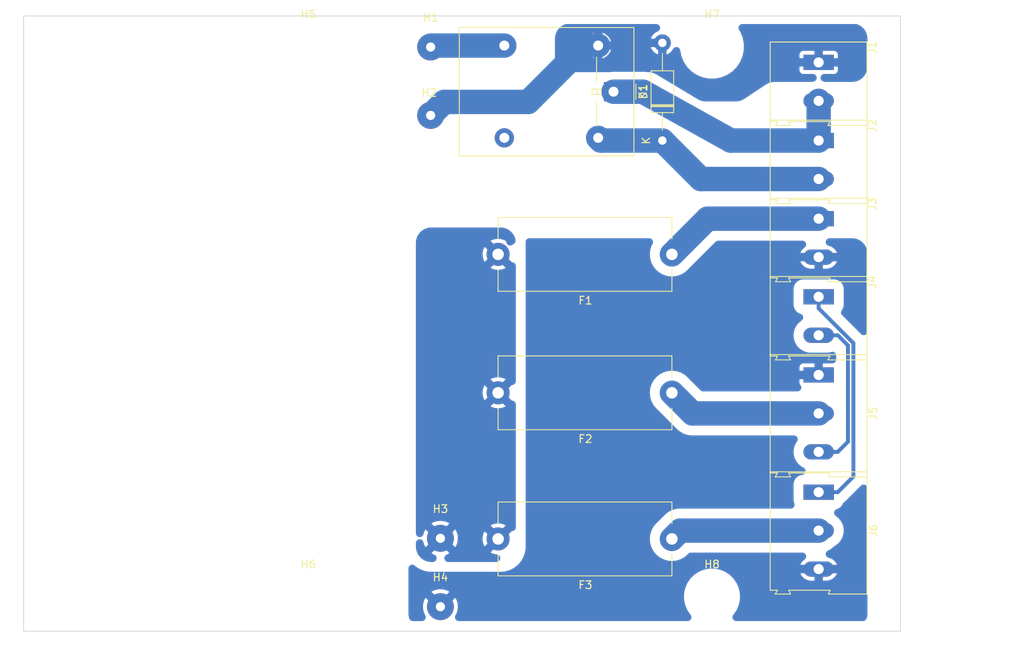
<source format=kicad_pcb>
(kicad_pcb (version 20171130) (host pcbnew "(5.1.5)-3")

  (general
    (thickness 1.6)
    (drawings 16)
    (tracks 30)
    (zones 0)
    (modules 19)
    (nets 13)
  )

  (page A4)
  (title_block
    (title "Power unit")
    (rev 0.1)
    (company bubblefoil)
  )

  (layers
    (0 F.Cu signal)
    (31 B.Cu signal)
    (32 B.Adhes user)
    (33 F.Adhes user)
    (34 B.Paste user)
    (35 F.Paste user)
    (36 B.SilkS user)
    (37 F.SilkS user)
    (38 B.Mask user)
    (39 F.Mask user)
    (40 Dwgs.User user)
    (41 Cmts.User user)
    (42 Eco1.User user)
    (43 Eco2.User user)
    (44 Edge.Cuts user)
    (45 Margin user)
    (46 B.CrtYd user)
    (47 F.CrtYd user)
    (48 B.Fab user)
    (49 F.Fab user)
  )

  (setup
    (last_trace_width 0.508)
    (user_trace_width 0.508)
    (user_trace_width 3.175)
    (trace_clearance 0.2)
    (zone_clearance 1)
    (zone_45_only no)
    (trace_min 0.2)
    (via_size 0.8)
    (via_drill 0.4)
    (via_min_size 0.4)
    (via_min_drill 0.3)
    (uvia_size 0.3)
    (uvia_drill 0.1)
    (uvias_allowed no)
    (uvia_min_size 0.2)
    (uvia_min_drill 0.1)
    (edge_width 0.05)
    (segment_width 0.2)
    (pcb_text_width 0.3)
    (pcb_text_size 1.5 1.5)
    (mod_edge_width 0.12)
    (mod_text_size 1 1)
    (mod_text_width 0.15)
    (pad_size 1.524 1.524)
    (pad_drill 0.762)
    (pad_to_mask_clearance 0.051)
    (solder_mask_min_width 0.25)
    (aux_axis_origin 0 0)
    (visible_elements 7FFFEFFF)
    (pcbplotparams
      (layerselection 0x010fc_ffffffff)
      (usegerberextensions false)
      (usegerberattributes false)
      (usegerberadvancedattributes false)
      (creategerberjobfile false)
      (excludeedgelayer true)
      (linewidth 0.100000)
      (plotframeref false)
      (viasonmask false)
      (mode 1)
      (useauxorigin false)
      (hpglpennumber 1)
      (hpglpenspeed 20)
      (hpglpendiameter 15.000000)
      (psnegative false)
      (psa4output false)
      (plotreference true)
      (plotvalue true)
      (plotinvisibletext false)
      (padsonsilk false)
      (subtractmaskfromsilk false)
      (outputformat 1)
      (mirror false)
      (drillshape 1)
      (scaleselection 1)
      (outputdirectory ""))
  )

  (net 0 "")
  (net 1 GNDPWR)
  (net 2 "Net-(F1-Pad1)")
  (net 3 +5V)
  (net 4 "Net-(F2-Pad1)")
  (net 5 "Net-(F3-Pad1)")
  (net 6 "Net-(H1-Pad1)")
  (net 7 GND)
  (net 8 "Net-(J4-Pad2)")
  (net 9 "Net-(J4-Pad1)")
  (net 10 "Net-(K1-Pad4)")
  (net 11 PRWSW)
  (net 12 BAT+)

  (net_class Default "This is the default net class."
    (clearance 0.2)
    (trace_width 0.25)
    (via_dia 0.8)
    (via_drill 0.4)
    (uvia_dia 0.3)
    (uvia_drill 0.1)
    (add_net +5V)
    (add_net BAT+)
    (add_net GND)
    (add_net GNDPWR)
    (add_net "Net-(F1-Pad1)")
    (add_net "Net-(F2-Pad1)")
    (add_net "Net-(F3-Pad1)")
    (add_net "Net-(H1-Pad1)")
    (add_net "Net-(J4-Pad1)")
    (add_net "Net-(J4-Pad2)")
    (add_net "Net-(K1-Pad4)")
    (add_net PRWSW)
  )

  (module MountingHole:MountingHole_3.2mm_M3 (layer F.Cu) (tedit 56D1B4CB) (tstamp 5E69A3F6)
    (at 152.5 135.5)
    (descr "Mounting Hole 3.2mm, no annular, M3")
    (tags "mounting hole 3.2mm no annular m3")
    (path /5E69A42C)
    (clearance 2.032)
    (attr virtual)
    (fp_text reference H8 (at 0 -4.2) (layer F.SilkS)
      (effects (font (size 1 1) (thickness 0.15)))
    )
    (fp_text value MountingHole (at 0 4.2) (layer F.Fab)
      (effects (font (size 1 1) (thickness 0.15)))
    )
    (fp_circle (center 0 0) (end 3.45 0) (layer F.CrtYd) (width 0.05))
    (fp_circle (center 0 0) (end 3.2 0) (layer Cmts.User) (width 0.15))
    (fp_text user %R (at 0.3 0) (layer F.Fab)
      (effects (font (size 1 1) (thickness 0.15)))
    )
    (pad 1 np_thru_hole circle (at 0 0) (size 3.2 3.2) (drill 3.2) (layers *.Cu *.Mask))
  )

  (module MountingHole:MountingHole_3.2mm_M3 (layer F.Cu) (tedit 56D1B4CB) (tstamp 5E69A3EE)
    (at 152.5 64)
    (descr "Mounting Hole 3.2mm, no annular, M3")
    (tags "mounting hole 3.2mm no annular m3")
    (path /5E699EA8)
    (clearance 2.54)
    (attr virtual)
    (fp_text reference H7 (at 0 -4.2) (layer F.SilkS)
      (effects (font (size 1 1) (thickness 0.15)))
    )
    (fp_text value MountingHole (at 0 4.2) (layer F.Fab)
      (effects (font (size 1 1) (thickness 0.15)))
    )
    (fp_circle (center 0 0) (end 3.45 0) (layer F.CrtYd) (width 0.05))
    (fp_circle (center 0 0) (end 3.2 0) (layer Cmts.User) (width 0.15))
    (fp_text user %R (at 0.3 0) (layer F.Fab)
      (effects (font (size 1 1) (thickness 0.15)))
    )
    (pad 1 np_thru_hole circle (at 0 0) (size 3.2 3.2) (drill 3.2) (layers *.Cu *.Mask))
  )

  (module MountingHole:MountingHole_3.2mm_M3 (layer F.Cu) (tedit 56D1B4CB) (tstamp 5E69A3E6)
    (at 100 135.5)
    (descr "Mounting Hole 3.2mm, no annular, M3")
    (tags "mounting hole 3.2mm no annular m3")
    (path /5E69AC62)
    (attr virtual)
    (fp_text reference H6 (at 0 -4.2) (layer F.SilkS)
      (effects (font (size 1 1) (thickness 0.15)))
    )
    (fp_text value MountingHole (at 0 4.2) (layer F.Fab)
      (effects (font (size 1 1) (thickness 0.15)))
    )
    (fp_circle (center 0 0) (end 3.45 0) (layer F.CrtYd) (width 0.05))
    (fp_circle (center 0 0) (end 3.2 0) (layer Cmts.User) (width 0.15))
    (fp_text user %R (at 0.3 0) (layer F.Fab)
      (effects (font (size 1 1) (thickness 0.15)))
    )
    (pad 1 np_thru_hole circle (at 0 0) (size 3.2 3.2) (drill 3.2) (layers *.Cu *.Mask))
  )

  (module MountingHole:MountingHole_3.2mm_M3 (layer F.Cu) (tedit 56D1B4CB) (tstamp 5E69A3DE)
    (at 100 64)
    (descr "Mounting Hole 3.2mm, no annular, M3")
    (tags "mounting hole 3.2mm no annular m3")
    (path /5E69599A)
    (attr virtual)
    (fp_text reference H5 (at 0 -4.2) (layer F.SilkS)
      (effects (font (size 1 1) (thickness 0.15)))
    )
    (fp_text value MountingHole (at 0 4.2) (layer F.Fab)
      (effects (font (size 1 1) (thickness 0.15)))
    )
    (fp_circle (center 0 0) (end 3.45 0) (layer F.CrtYd) (width 0.05))
    (fp_circle (center 0 0) (end 3.2 0) (layer Cmts.User) (width 0.15))
    (fp_text user %R (at 0.3 0) (layer F.Fab)
      (effects (font (size 1 1) (thickness 0.15)))
    )
    (pad 1 np_thru_hole circle (at 0 0) (size 3.2 3.2) (drill 3.2) (layers *.Cu *.Mask))
  )

  (module Diode_THT:D_DO-41_SOD81_P12.70mm_Horizontal (layer F.Cu) (tedit 5AE50CD5) (tstamp 5E61B1B6)
    (at 146.05 76.2 90)
    (descr "Diode, DO-41_SOD81 series, Axial, Horizontal, pin pitch=12.7mm, , length*diameter=5.2*2.7mm^2, , http://www.diodes.com/_files/packages/DO-41%20(Plastic).pdf")
    (tags "Diode DO-41_SOD81 series Axial Horizontal pin pitch 12.7mm  length 5.2mm diameter 2.7mm")
    (path /5E5D2272)
    (fp_text reference D1 (at 6.35 -2.47 90) (layer F.SilkS)
      (effects (font (size 1 1) (thickness 0.15)))
    )
    (fp_text value D (at 6.35 2.47 90) (layer F.Fab)
      (effects (font (size 1 1) (thickness 0.15)))
    )
    (fp_text user K (at 0 -2.1 90) (layer F.SilkS)
      (effects (font (size 1 1) (thickness 0.15)))
    )
    (fp_text user K (at 0 -2.1 90) (layer F.Fab)
      (effects (font (size 1 1) (thickness 0.15)))
    )
    (fp_text user %R (at 6.74 0 90) (layer F.Fab)
      (effects (font (size 1 1) (thickness 0.15)))
    )
    (fp_line (start 14.05 -1.6) (end -1.35 -1.6) (layer F.CrtYd) (width 0.05))
    (fp_line (start 14.05 1.6) (end 14.05 -1.6) (layer F.CrtYd) (width 0.05))
    (fp_line (start -1.35 1.6) (end 14.05 1.6) (layer F.CrtYd) (width 0.05))
    (fp_line (start -1.35 -1.6) (end -1.35 1.6) (layer F.CrtYd) (width 0.05))
    (fp_line (start 4.41 -1.47) (end 4.41 1.47) (layer F.SilkS) (width 0.12))
    (fp_line (start 4.65 -1.47) (end 4.65 1.47) (layer F.SilkS) (width 0.12))
    (fp_line (start 4.53 -1.47) (end 4.53 1.47) (layer F.SilkS) (width 0.12))
    (fp_line (start 11.36 0) (end 9.07 0) (layer F.SilkS) (width 0.12))
    (fp_line (start 1.34 0) (end 3.63 0) (layer F.SilkS) (width 0.12))
    (fp_line (start 9.07 -1.47) (end 3.63 -1.47) (layer F.SilkS) (width 0.12))
    (fp_line (start 9.07 1.47) (end 9.07 -1.47) (layer F.SilkS) (width 0.12))
    (fp_line (start 3.63 1.47) (end 9.07 1.47) (layer F.SilkS) (width 0.12))
    (fp_line (start 3.63 -1.47) (end 3.63 1.47) (layer F.SilkS) (width 0.12))
    (fp_line (start 4.43 -1.35) (end 4.43 1.35) (layer F.Fab) (width 0.1))
    (fp_line (start 4.63 -1.35) (end 4.63 1.35) (layer F.Fab) (width 0.1))
    (fp_line (start 4.53 -1.35) (end 4.53 1.35) (layer F.Fab) (width 0.1))
    (fp_line (start 12.7 0) (end 8.95 0) (layer F.Fab) (width 0.1))
    (fp_line (start 0 0) (end 3.75 0) (layer F.Fab) (width 0.1))
    (fp_line (start 8.95 -1.35) (end 3.75 -1.35) (layer F.Fab) (width 0.1))
    (fp_line (start 8.95 1.35) (end 8.95 -1.35) (layer F.Fab) (width 0.1))
    (fp_line (start 3.75 1.35) (end 8.95 1.35) (layer F.Fab) (width 0.1))
    (fp_line (start 3.75 -1.35) (end 3.75 1.35) (layer F.Fab) (width 0.1))
    (pad 2 thru_hole oval (at 12.7 0 90) (size 2.2 2.2) (drill 1.1) (layers *.Cu *.Mask)
      (net 1 GNDPWR))
    (pad 1 thru_hole rect (at 0 0 90) (size 2.2 2.2) (drill 1.1) (layers *.Cu *.Mask)
      (net 11 PRWSW))
    (model ${KISYS3DMOD}/Diode_THT.3dshapes/D_DO-41_SOD81_P12.70mm_Horizontal.wrl
      (at (xyz 0 0 0))
      (scale (xyz 1 1 1))
      (rotate (xyz 0 0 0))
    )
  )

  (module Fuse:Fuseholder_Cylinder-5x20mm_Stelvio-Kontek_PTF78_Horizontal_Open (layer F.Cu) (tedit 5B7EAE13) (tstamp 5E61B1DF)
    (at 147.29 91 180)
    (descr https://www.tme.eu/en/Document/3b48dbe2b9714a62652c97b08fcd464b/PTF78.pdf)
    (tags "Fuseholder horizontal open 5x20 Stelvio-Kontek PTF/78")
    (path /5E5C7167)
    (fp_text reference F1 (at 11.25 -6) (layer F.SilkS)
      (effects (font (size 1 1) (thickness 0.15)))
    )
    (fp_text value 5A (at 13 6) (layer F.Fab)
      (effects (font (size 1 1) (thickness 0.15)))
    )
    (fp_text user %R (at 11.25 4) (layer F.Fab)
      (effects (font (size 1 1) (thickness 0.15)))
    )
    (fp_line (start 0.1 -4.7) (end 0.1 4.7) (layer F.Fab) (width 0.1))
    (fp_line (start 0.1 4.7) (end 22.5 4.7) (layer F.Fab) (width 0.1))
    (fp_line (start 22.5 4.7) (end 22.5 -4.7) (layer F.Fab) (width 0.1))
    (fp_line (start 22.5 -4.7) (end 0.1 -4.7) (layer F.Fab) (width 0.1))
    (fp_line (start -0.15 4.95) (end -0.15 1.85) (layer F.CrtYd) (width 0.05))
    (fp_line (start 22.6 4.8) (end 22.6 2) (layer F.SilkS) (width 0.12))
    (fp_line (start 22.6 -2) (end 22.6 -4.8) (layer F.SilkS) (width 0.12))
    (fp_line (start 0 -2) (end 0 -4.8) (layer F.SilkS) (width 0.12))
    (fp_line (start 0 -4.8) (end 22.6 -4.8) (layer F.SilkS) (width 0.12))
    (fp_line (start 22.75 4.95) (end -0.15 4.95) (layer F.CrtYd) (width 0.05))
    (fp_line (start -0.15 -4.95) (end 22.75 -4.95) (layer F.CrtYd) (width 0.05))
    (fp_line (start 0 4.8) (end 22.6 4.8) (layer F.SilkS) (width 0.12))
    (fp_line (start -0.15 -1.85) (end -0.15 -4.95) (layer F.CrtYd) (width 0.05))
    (fp_line (start 22.75 -1.85) (end 22.75 -4.95) (layer F.CrtYd) (width 0.05))
    (fp_line (start 22.75 1.85) (end 22.75 4.95) (layer F.CrtYd) (width 0.05))
    (fp_line (start 0 4.8) (end 0 2) (layer F.SilkS) (width 0.12))
    (fp_line (start 22.75 -1.85) (end 23 -1.85) (layer F.CrtYd) (width 0.05))
    (fp_line (start 24.45 0.45) (end 24.45 -0.45) (layer F.CrtYd) (width 0.05))
    (fp_line (start 24.45 -0.45) (end 24.05 -1.25) (layer F.CrtYd) (width 0.05))
    (fp_line (start 24.05 -1.25) (end 23.35 -1.75) (layer F.CrtYd) (width 0.05))
    (fp_line (start 23.35 -1.75) (end 23 -1.85) (layer F.CrtYd) (width 0.05))
    (fp_line (start 22.75 1.85) (end 23 1.85) (layer F.CrtYd) (width 0.05))
    (fp_line (start 23 1.85) (end 23.35 1.75) (layer F.CrtYd) (width 0.05))
    (fp_line (start 23.35 1.75) (end 24.05 1.25) (layer F.CrtYd) (width 0.05))
    (fp_line (start 24.05 1.25) (end 24.45 0.45) (layer F.CrtYd) (width 0.05))
    (fp_line (start -0.15 -1.85) (end -0.4 -1.85) (layer F.CrtYd) (width 0.05))
    (fp_line (start -0.4 -1.85) (end -0.75 -1.75) (layer F.CrtYd) (width 0.05))
    (fp_line (start -0.75 -1.75) (end -1.45 -1.25) (layer F.CrtYd) (width 0.05))
    (fp_line (start -1.85 -0.45) (end -1.85 0.45) (layer F.CrtYd) (width 0.05))
    (fp_line (start -1.45 1.25) (end -0.75 1.75) (layer F.CrtYd) (width 0.05))
    (fp_line (start -0.75 1.75) (end -0.4 1.85) (layer F.CrtYd) (width 0.05))
    (fp_line (start -0.4 1.85) (end -0.15 1.85) (layer F.CrtYd) (width 0.05))
    (fp_line (start -1.45 1.25) (end -1.85 0.45) (layer F.CrtYd) (width 0.05))
    (fp_line (start -1.85 -0.45) (end -1.45 -1.25) (layer F.CrtYd) (width 0.05))
    (pad 1 thru_hole circle (at 0 0 180) (size 3 3) (drill 1.5) (layers *.Cu *.Mask)
      (net 2 "Net-(F1-Pad1)"))
    (pad 2 thru_hole circle (at 22.6 0 180) (size 3 3) (drill 1.5) (layers *.Cu *.Mask)
      (net 3 +5V))
    (model ${KISYS3DMOD}/Fuse.3dshapes/Fuseholder_Cylinder-5x20mm_Stelvio-Kontek_PTF78_Horizontal_Open.wrl
      (at (xyz 0 0 0))
      (scale (xyz 1 1 1))
      (rotate (xyz 0 0 0))
    )
  )

  (module Fuse:Fuseholder_Cylinder-5x20mm_Stelvio-Kontek_PTF78_Horizontal_Open (layer F.Cu) (tedit 5B7EAE13) (tstamp 5E61B208)
    (at 147.29 109 180)
    (descr https://www.tme.eu/en/Document/3b48dbe2b9714a62652c97b08fcd464b/PTF78.pdf)
    (tags "Fuseholder horizontal open 5x20 Stelvio-Kontek PTF/78")
    (path /5E5C7FAF)
    (fp_text reference F2 (at 11.25 -6) (layer F.SilkS)
      (effects (font (size 1 1) (thickness 0.15)))
    )
    (fp_text value 2.5A (at 13 6) (layer F.Fab)
      (effects (font (size 1 1) (thickness 0.15)))
    )
    (fp_line (start -1.85 -0.45) (end -1.45 -1.25) (layer F.CrtYd) (width 0.05))
    (fp_line (start -1.45 1.25) (end -1.85 0.45) (layer F.CrtYd) (width 0.05))
    (fp_line (start -0.4 1.85) (end -0.15 1.85) (layer F.CrtYd) (width 0.05))
    (fp_line (start -0.75 1.75) (end -0.4 1.85) (layer F.CrtYd) (width 0.05))
    (fp_line (start -1.45 1.25) (end -0.75 1.75) (layer F.CrtYd) (width 0.05))
    (fp_line (start -1.85 -0.45) (end -1.85 0.45) (layer F.CrtYd) (width 0.05))
    (fp_line (start -0.75 -1.75) (end -1.45 -1.25) (layer F.CrtYd) (width 0.05))
    (fp_line (start -0.4 -1.85) (end -0.75 -1.75) (layer F.CrtYd) (width 0.05))
    (fp_line (start -0.15 -1.85) (end -0.4 -1.85) (layer F.CrtYd) (width 0.05))
    (fp_line (start 24.05 1.25) (end 24.45 0.45) (layer F.CrtYd) (width 0.05))
    (fp_line (start 23.35 1.75) (end 24.05 1.25) (layer F.CrtYd) (width 0.05))
    (fp_line (start 23 1.85) (end 23.35 1.75) (layer F.CrtYd) (width 0.05))
    (fp_line (start 22.75 1.85) (end 23 1.85) (layer F.CrtYd) (width 0.05))
    (fp_line (start 23.35 -1.75) (end 23 -1.85) (layer F.CrtYd) (width 0.05))
    (fp_line (start 24.05 -1.25) (end 23.35 -1.75) (layer F.CrtYd) (width 0.05))
    (fp_line (start 24.45 -0.45) (end 24.05 -1.25) (layer F.CrtYd) (width 0.05))
    (fp_line (start 24.45 0.45) (end 24.45 -0.45) (layer F.CrtYd) (width 0.05))
    (fp_line (start 22.75 -1.85) (end 23 -1.85) (layer F.CrtYd) (width 0.05))
    (fp_line (start 0 4.8) (end 0 2) (layer F.SilkS) (width 0.12))
    (fp_line (start 22.75 1.85) (end 22.75 4.95) (layer F.CrtYd) (width 0.05))
    (fp_line (start 22.75 -1.85) (end 22.75 -4.95) (layer F.CrtYd) (width 0.05))
    (fp_line (start -0.15 -1.85) (end -0.15 -4.95) (layer F.CrtYd) (width 0.05))
    (fp_line (start 0 4.8) (end 22.6 4.8) (layer F.SilkS) (width 0.12))
    (fp_line (start -0.15 -4.95) (end 22.75 -4.95) (layer F.CrtYd) (width 0.05))
    (fp_line (start 22.75 4.95) (end -0.15 4.95) (layer F.CrtYd) (width 0.05))
    (fp_line (start 0 -4.8) (end 22.6 -4.8) (layer F.SilkS) (width 0.12))
    (fp_line (start 0 -2) (end 0 -4.8) (layer F.SilkS) (width 0.12))
    (fp_line (start 22.6 -2) (end 22.6 -4.8) (layer F.SilkS) (width 0.12))
    (fp_line (start 22.6 4.8) (end 22.6 2) (layer F.SilkS) (width 0.12))
    (fp_line (start -0.15 4.95) (end -0.15 1.85) (layer F.CrtYd) (width 0.05))
    (fp_line (start 22.5 -4.7) (end 0.1 -4.7) (layer F.Fab) (width 0.1))
    (fp_line (start 22.5 4.7) (end 22.5 -4.7) (layer F.Fab) (width 0.1))
    (fp_line (start 0.1 4.7) (end 22.5 4.7) (layer F.Fab) (width 0.1))
    (fp_line (start 0.1 -4.7) (end 0.1 4.7) (layer F.Fab) (width 0.1))
    (fp_text user %R (at 11.25 4) (layer F.Fab)
      (effects (font (size 1 1) (thickness 0.15)))
    )
    (pad 2 thru_hole circle (at 22.6 0 180) (size 3 3) (drill 1.5) (layers *.Cu *.Mask)
      (net 3 +5V))
    (pad 1 thru_hole circle (at 0 0 180) (size 3 3) (drill 1.5) (layers *.Cu *.Mask)
      (net 4 "Net-(F2-Pad1)"))
    (model ${KISYS3DMOD}/Fuse.3dshapes/Fuseholder_Cylinder-5x20mm_Stelvio-Kontek_PTF78_Horizontal_Open.wrl
      (at (xyz 0 0 0))
      (scale (xyz 1 1 1))
      (rotate (xyz 0 0 0))
    )
  )

  (module Fuse:Fuseholder_Cylinder-5x20mm_Stelvio-Kontek_PTF78_Horizontal_Open (layer F.Cu) (tedit 5B7EAE13) (tstamp 5E61B231)
    (at 147.29 128 180)
    (descr https://www.tme.eu/en/Document/3b48dbe2b9714a62652c97b08fcd464b/PTF78.pdf)
    (tags "Fuseholder horizontal open 5x20 Stelvio-Kontek PTF/78")
    (path /5E5C82C6)
    (fp_text reference F3 (at 11.25 -6) (layer F.SilkS)
      (effects (font (size 1 1) (thickness 0.15)))
    )
    (fp_text value 2.5A (at 13 6) (layer F.Fab)
      (effects (font (size 1 1) (thickness 0.15)))
    )
    (fp_text user %R (at 11.25 4) (layer F.Fab)
      (effects (font (size 1 1) (thickness 0.15)))
    )
    (fp_line (start 0.1 -4.7) (end 0.1 4.7) (layer F.Fab) (width 0.1))
    (fp_line (start 0.1 4.7) (end 22.5 4.7) (layer F.Fab) (width 0.1))
    (fp_line (start 22.5 4.7) (end 22.5 -4.7) (layer F.Fab) (width 0.1))
    (fp_line (start 22.5 -4.7) (end 0.1 -4.7) (layer F.Fab) (width 0.1))
    (fp_line (start -0.15 4.95) (end -0.15 1.85) (layer F.CrtYd) (width 0.05))
    (fp_line (start 22.6 4.8) (end 22.6 2) (layer F.SilkS) (width 0.12))
    (fp_line (start 22.6 -2) (end 22.6 -4.8) (layer F.SilkS) (width 0.12))
    (fp_line (start 0 -2) (end 0 -4.8) (layer F.SilkS) (width 0.12))
    (fp_line (start 0 -4.8) (end 22.6 -4.8) (layer F.SilkS) (width 0.12))
    (fp_line (start 22.75 4.95) (end -0.15 4.95) (layer F.CrtYd) (width 0.05))
    (fp_line (start -0.15 -4.95) (end 22.75 -4.95) (layer F.CrtYd) (width 0.05))
    (fp_line (start 0 4.8) (end 22.6 4.8) (layer F.SilkS) (width 0.12))
    (fp_line (start -0.15 -1.85) (end -0.15 -4.95) (layer F.CrtYd) (width 0.05))
    (fp_line (start 22.75 -1.85) (end 22.75 -4.95) (layer F.CrtYd) (width 0.05))
    (fp_line (start 22.75 1.85) (end 22.75 4.95) (layer F.CrtYd) (width 0.05))
    (fp_line (start 0 4.8) (end 0 2) (layer F.SilkS) (width 0.12))
    (fp_line (start 22.75 -1.85) (end 23 -1.85) (layer F.CrtYd) (width 0.05))
    (fp_line (start 24.45 0.45) (end 24.45 -0.45) (layer F.CrtYd) (width 0.05))
    (fp_line (start 24.45 -0.45) (end 24.05 -1.25) (layer F.CrtYd) (width 0.05))
    (fp_line (start 24.05 -1.25) (end 23.35 -1.75) (layer F.CrtYd) (width 0.05))
    (fp_line (start 23.35 -1.75) (end 23 -1.85) (layer F.CrtYd) (width 0.05))
    (fp_line (start 22.75 1.85) (end 23 1.85) (layer F.CrtYd) (width 0.05))
    (fp_line (start 23 1.85) (end 23.35 1.75) (layer F.CrtYd) (width 0.05))
    (fp_line (start 23.35 1.75) (end 24.05 1.25) (layer F.CrtYd) (width 0.05))
    (fp_line (start 24.05 1.25) (end 24.45 0.45) (layer F.CrtYd) (width 0.05))
    (fp_line (start -0.15 -1.85) (end -0.4 -1.85) (layer F.CrtYd) (width 0.05))
    (fp_line (start -0.4 -1.85) (end -0.75 -1.75) (layer F.CrtYd) (width 0.05))
    (fp_line (start -0.75 -1.75) (end -1.45 -1.25) (layer F.CrtYd) (width 0.05))
    (fp_line (start -1.85 -0.45) (end -1.85 0.45) (layer F.CrtYd) (width 0.05))
    (fp_line (start -1.45 1.25) (end -0.75 1.75) (layer F.CrtYd) (width 0.05))
    (fp_line (start -0.75 1.75) (end -0.4 1.85) (layer F.CrtYd) (width 0.05))
    (fp_line (start -0.4 1.85) (end -0.15 1.85) (layer F.CrtYd) (width 0.05))
    (fp_line (start -1.45 1.25) (end -1.85 0.45) (layer F.CrtYd) (width 0.05))
    (fp_line (start -1.85 -0.45) (end -1.45 -1.25) (layer F.CrtYd) (width 0.05))
    (pad 1 thru_hole circle (at 0 0 180) (size 3 3) (drill 1.5) (layers *.Cu *.Mask)
      (net 5 "Net-(F3-Pad1)"))
    (pad 2 thru_hole circle (at 22.6 0 180) (size 3 3) (drill 1.5) (layers *.Cu *.Mask)
      (net 3 +5V))
    (model ${KISYS3DMOD}/Fuse.3dshapes/Fuseholder_Cylinder-5x20mm_Stelvio-Kontek_PTF78_Horizontal_Open.wrl
      (at (xyz 0 0 0))
      (scale (xyz 1 1 1))
      (rotate (xyz 0 0 0))
    )
  )

  (module Connector_Wire:SolderWirePad_1x01_Drill1.2mm (layer F.Cu) (tedit 5AEE5EA7) (tstamp 5E61B23B)
    (at 115.92 64.04)
    (descr "Wire solder connection")
    (tags connector)
    (path /5E5EA0FF)
    (attr virtual)
    (fp_text reference H1 (at 0 -3.81) (layer F.SilkS)
      (effects (font (size 1 1) (thickness 0.15)))
    )
    (fp_text value VCC (at 0 3.175) (layer F.Fab)
      (effects (font (size 1 1) (thickness 0.15)))
    )
    (fp_line (start 2.25 2.25) (end -2.25 2.25) (layer F.CrtYd) (width 0.05))
    (fp_line (start 2.25 2.25) (end 2.25 -2.25) (layer F.CrtYd) (width 0.05))
    (fp_line (start -2.25 -2.25) (end -2.25 2.25) (layer F.CrtYd) (width 0.05))
    (fp_line (start -2.25 -2.25) (end 2.25 -2.25) (layer F.CrtYd) (width 0.05))
    (fp_text user %R (at 0 0) (layer F.Fab)
      (effects (font (size 1 1) (thickness 0.15)))
    )
    (pad 1 thru_hole circle (at 0 0) (size 3.50012 3.50012) (drill 1.19888) (layers *.Cu *.Mask)
      (net 6 "Net-(H1-Pad1)"))
  )

  (module Connector_Wire:SolderWirePad_1x01_Drill1.2mm (layer F.Cu) (tedit 5AEE5EA7) (tstamp 5E61B245)
    (at 115.92 72.93)
    (descr "Wire solder connection")
    (tags connector)
    (path /5E5EB13F)
    (attr virtual)
    (fp_text reference H2 (at -0.19 -2.93) (layer F.SilkS)
      (effects (font (size 1 1) (thickness 0.15)))
    )
    (fp_text value GND (at 0 3.175) (layer F.Fab)
      (effects (font (size 1 1) (thickness 0.15)))
    )
    (fp_text user %R (at 0.81 1.07) (layer F.Fab)
      (effects (font (size 1 1) (thickness 0.15)))
    )
    (fp_line (start -2.25 -2.25) (end 2.25 -2.25) (layer F.CrtYd) (width 0.05))
    (fp_line (start -2.25 -2.25) (end -2.25 2.25) (layer F.CrtYd) (width 0.05))
    (fp_line (start 2.25 2.25) (end 2.25 -2.25) (layer F.CrtYd) (width 0.05))
    (fp_line (start 2.25 2.25) (end -2.25 2.25) (layer F.CrtYd) (width 0.05))
    (pad 1 thru_hole circle (at 0 0) (size 3.50012 3.50012) (drill 1.19888) (layers *.Cu *.Mask)
      (net 1 GNDPWR))
  )

  (module Connector_Wire:SolderWirePad_1x01_Drill1.2mm (layer F.Cu) (tedit 5AEE5EA7) (tstamp 5E61B24F)
    (at 117.19 127.92)
    (descr "Wire solder connection")
    (tags connector)
    (path /5E5F736D)
    (attr virtual)
    (fp_text reference H3 (at 0 -3.81) (layer F.SilkS)
      (effects (font (size 1 1) (thickness 0.15)))
    )
    (fp_text value +5V (at 0 3.175) (layer F.Fab)
      (effects (font (size 1 1) (thickness 0.15)))
    )
    (fp_text user %R (at 0 0) (layer F.Fab)
      (effects (font (size 1 1) (thickness 0.15)))
    )
    (fp_line (start -2.25 -2.25) (end 2.25 -2.25) (layer F.CrtYd) (width 0.05))
    (fp_line (start -2.25 -2.25) (end -2.25 2.25) (layer F.CrtYd) (width 0.05))
    (fp_line (start 2.25 2.25) (end 2.25 -2.25) (layer F.CrtYd) (width 0.05))
    (fp_line (start 2.25 2.25) (end -2.25 2.25) (layer F.CrtYd) (width 0.05))
    (pad 1 thru_hole circle (at 0 0) (size 3.50012 3.50012) (drill 1.19888) (layers *.Cu *.Mask)
      (net 3 +5V))
  )

  (module Connector_Wire:SolderWirePad_1x01_Drill1.2mm (layer F.Cu) (tedit 5AEE5EA7) (tstamp 5E61B259)
    (at 117.19 136.81)
    (descr "Wire solder connection")
    (tags connector)
    (path /5E5F8143)
    (attr virtual)
    (fp_text reference H4 (at 0 -3.81) (layer F.SilkS)
      (effects (font (size 1 1) (thickness 0.15)))
    )
    (fp_text value GND (at 0 3.175) (layer F.Fab)
      (effects (font (size 1 1) (thickness 0.15)))
    )
    (fp_line (start 2.25 2.25) (end -2.25 2.25) (layer F.CrtYd) (width 0.05))
    (fp_line (start 2.25 2.25) (end 2.25 -2.25) (layer F.CrtYd) (width 0.05))
    (fp_line (start -2.25 -2.25) (end -2.25 2.25) (layer F.CrtYd) (width 0.05))
    (fp_line (start -2.25 -2.25) (end 2.25 -2.25) (layer F.CrtYd) (width 0.05))
    (fp_text user %R (at 0 -3.875001) (layer F.Fab)
      (effects (font (size 1 1) (thickness 0.15)))
    )
    (pad 1 thru_hole circle (at 0 0) (size 3.50012 3.50012) (drill 1.19888) (layers *.Cu *.Mask)
      (net 7 GND))
  )

  (module TerminalBlock:TerminalBlock_Altech_AK300-2_P5.00mm (layer F.Cu) (tedit 59FF0306) (tstamp 5E61B2C0)
    (at 166.37 66.04 270)
    (descr "Altech AK300 terminal block, pitch 5.0mm, 45 degree angled, see http://www.mouser.com/ds/2/16/PCBMETRC-24178.pdf")
    (tags "Altech AK300 terminal block pitch 5.0mm")
    (path /5E5CACE4)
    (fp_text reference J1 (at -1.92 -6.99 90) (layer F.SilkS)
      (effects (font (size 1 1) (thickness 0.15)))
    )
    (fp_text value VCC (at 2.78 7.75 90) (layer F.Fab)
      (effects (font (size 1 1) (thickness 0.15)))
    )
    (fp_text user %R (at 2.5 -2 90) (layer F.Fab)
      (effects (font (size 1 1) (thickness 0.15)))
    )
    (fp_line (start -2.65 -6.3) (end -2.65 6.3) (layer F.SilkS) (width 0.12))
    (fp_line (start -2.65 6.3) (end 7.7 6.3) (layer F.SilkS) (width 0.12))
    (fp_line (start 7.7 6.3) (end 7.7 5.35) (layer F.SilkS) (width 0.12))
    (fp_line (start 7.7 5.35) (end 8.2 5.6) (layer F.SilkS) (width 0.12))
    (fp_line (start 8.2 5.6) (end 8.2 3.7) (layer F.SilkS) (width 0.12))
    (fp_line (start 8.2 3.7) (end 8.2 3.65) (layer F.SilkS) (width 0.12))
    (fp_line (start 8.2 3.65) (end 7.7 3.9) (layer F.SilkS) (width 0.12))
    (fp_line (start 7.7 3.9) (end 7.7 -1.5) (layer F.SilkS) (width 0.12))
    (fp_line (start 7.7 -1.5) (end 8.2 -1.2) (layer F.SilkS) (width 0.12))
    (fp_line (start 8.2 -1.2) (end 8.2 -6.3) (layer F.SilkS) (width 0.12))
    (fp_line (start 8.2 -6.3) (end -2.65 -6.3) (layer F.SilkS) (width 0.12))
    (fp_line (start -1.26 2.54) (end 1.28 2.54) (layer F.Fab) (width 0.1))
    (fp_line (start 1.28 2.54) (end 1.28 -0.25) (layer F.Fab) (width 0.1))
    (fp_line (start -1.26 -0.25) (end 1.28 -0.25) (layer F.Fab) (width 0.1))
    (fp_line (start -1.26 2.54) (end -1.26 -0.25) (layer F.Fab) (width 0.1))
    (fp_line (start 3.74 2.54) (end 6.28 2.54) (layer F.Fab) (width 0.1))
    (fp_line (start 6.28 2.54) (end 6.28 -0.25) (layer F.Fab) (width 0.1))
    (fp_line (start 3.74 -0.25) (end 6.28 -0.25) (layer F.Fab) (width 0.1))
    (fp_line (start 3.74 2.54) (end 3.74 -0.25) (layer F.Fab) (width 0.1))
    (fp_line (start 7.61 -6.22) (end 7.61 -3.17) (layer F.Fab) (width 0.1))
    (fp_line (start 7.61 -6.22) (end -2.58 -6.22) (layer F.Fab) (width 0.1))
    (fp_line (start 7.61 -6.22) (end 8.11 -6.22) (layer F.Fab) (width 0.1))
    (fp_line (start 8.11 -6.22) (end 8.11 -1.4) (layer F.Fab) (width 0.1))
    (fp_line (start 8.11 -1.4) (end 7.61 -1.65) (layer F.Fab) (width 0.1))
    (fp_line (start 8.11 5.46) (end 7.61 5.21) (layer F.Fab) (width 0.1))
    (fp_line (start 7.61 5.21) (end 7.61 6.22) (layer F.Fab) (width 0.1))
    (fp_line (start 8.11 3.81) (end 7.61 4.06) (layer F.Fab) (width 0.1))
    (fp_line (start 7.61 4.06) (end 7.61 5.21) (layer F.Fab) (width 0.1))
    (fp_line (start 8.11 3.81) (end 8.11 5.46) (layer F.Fab) (width 0.1))
    (fp_line (start 2.98 6.22) (end 2.98 4.32) (layer F.Fab) (width 0.1))
    (fp_line (start 7.05 -0.25) (end 7.05 4.32) (layer F.Fab) (width 0.1))
    (fp_line (start 2.98 6.22) (end 7.05 6.22) (layer F.Fab) (width 0.1))
    (fp_line (start 7.05 6.22) (end 7.61 6.22) (layer F.Fab) (width 0.1))
    (fp_line (start 2.04 6.22) (end 2.04 4.32) (layer F.Fab) (width 0.1))
    (fp_line (start 2.04 6.22) (end 2.98 6.22) (layer F.Fab) (width 0.1))
    (fp_line (start -2.02 -0.25) (end -2.02 4.32) (layer F.Fab) (width 0.1))
    (fp_line (start -2.58 6.22) (end -2.02 6.22) (layer F.Fab) (width 0.1))
    (fp_line (start -2.02 6.22) (end 2.04 6.22) (layer F.Fab) (width 0.1))
    (fp_line (start 2.98 4.32) (end 7.05 4.32) (layer F.Fab) (width 0.1))
    (fp_line (start 2.98 4.32) (end 2.98 -0.25) (layer F.Fab) (width 0.1))
    (fp_line (start 7.05 4.32) (end 7.05 6.22) (layer F.Fab) (width 0.1))
    (fp_line (start 2.04 4.32) (end -2.02 4.32) (layer F.Fab) (width 0.1))
    (fp_line (start 2.04 4.32) (end 2.04 -0.25) (layer F.Fab) (width 0.1))
    (fp_line (start -2.02 4.32) (end -2.02 6.22) (layer F.Fab) (width 0.1))
    (fp_line (start 6.67 3.68) (end 6.67 0.51) (layer F.Fab) (width 0.1))
    (fp_line (start 6.67 3.68) (end 3.36 3.68) (layer F.Fab) (width 0.1))
    (fp_line (start 3.36 3.68) (end 3.36 0.51) (layer F.Fab) (width 0.1))
    (fp_line (start 1.66 3.68) (end 1.66 0.51) (layer F.Fab) (width 0.1))
    (fp_line (start 1.66 3.68) (end -1.64 3.68) (layer F.Fab) (width 0.1))
    (fp_line (start -1.64 3.68) (end -1.64 0.51) (layer F.Fab) (width 0.1))
    (fp_line (start -1.64 0.51) (end -1.26 0.51) (layer F.Fab) (width 0.1))
    (fp_line (start 1.66 0.51) (end 1.28 0.51) (layer F.Fab) (width 0.1))
    (fp_line (start 3.36 0.51) (end 3.74 0.51) (layer F.Fab) (width 0.1))
    (fp_line (start 6.67 0.51) (end 6.28 0.51) (layer F.Fab) (width 0.1))
    (fp_line (start -2.58 6.22) (end -2.58 -0.64) (layer F.Fab) (width 0.1))
    (fp_line (start -2.58 -0.64) (end -2.58 -3.17) (layer F.Fab) (width 0.1))
    (fp_line (start 7.61 -1.65) (end 7.61 -0.64) (layer F.Fab) (width 0.1))
    (fp_line (start 7.61 -0.64) (end 7.61 4.06) (layer F.Fab) (width 0.1))
    (fp_line (start -2.58 -3.17) (end 7.61 -3.17) (layer F.Fab) (width 0.1))
    (fp_line (start -2.58 -3.17) (end -2.58 -6.22) (layer F.Fab) (width 0.1))
    (fp_line (start 7.61 -3.17) (end 7.61 -1.65) (layer F.Fab) (width 0.1))
    (fp_line (start 2.98 -3.43) (end 2.98 -5.97) (layer F.Fab) (width 0.1))
    (fp_line (start 2.98 -5.97) (end 7.05 -5.97) (layer F.Fab) (width 0.1))
    (fp_line (start 7.05 -5.97) (end 7.05 -3.43) (layer F.Fab) (width 0.1))
    (fp_line (start 7.05 -3.43) (end 2.98 -3.43) (layer F.Fab) (width 0.1))
    (fp_line (start 2.04 -3.43) (end 2.04 -5.97) (layer F.Fab) (width 0.1))
    (fp_line (start 2.04 -3.43) (end -2.02 -3.43) (layer F.Fab) (width 0.1))
    (fp_line (start -2.02 -3.43) (end -2.02 -5.97) (layer F.Fab) (width 0.1))
    (fp_line (start 2.04 -5.97) (end -2.02 -5.97) (layer F.Fab) (width 0.1))
    (fp_line (start 3.39 -4.45) (end 6.44 -5.08) (layer F.Fab) (width 0.1))
    (fp_line (start 3.52 -4.32) (end 6.56 -4.95) (layer F.Fab) (width 0.1))
    (fp_line (start -1.62 -4.45) (end 1.44 -5.08) (layer F.Fab) (width 0.1))
    (fp_line (start -1.49 -4.32) (end 1.56 -4.95) (layer F.Fab) (width 0.1))
    (fp_line (start -2.02 -0.25) (end -1.64 -0.25) (layer F.Fab) (width 0.1))
    (fp_line (start 2.04 -0.25) (end 1.66 -0.25) (layer F.Fab) (width 0.1))
    (fp_line (start 1.66 -0.25) (end -1.64 -0.25) (layer F.Fab) (width 0.1))
    (fp_line (start -2.58 -0.64) (end -1.64 -0.64) (layer F.Fab) (width 0.1))
    (fp_line (start -1.64 -0.64) (end 1.66 -0.64) (layer F.Fab) (width 0.1))
    (fp_line (start 1.66 -0.64) (end 3.36 -0.64) (layer F.Fab) (width 0.1))
    (fp_line (start 7.61 -0.64) (end 6.67 -0.64) (layer F.Fab) (width 0.1))
    (fp_line (start 6.67 -0.64) (end 3.36 -0.64) (layer F.Fab) (width 0.1))
    (fp_line (start 7.05 -0.25) (end 6.67 -0.25) (layer F.Fab) (width 0.1))
    (fp_line (start 2.98 -0.25) (end 3.36 -0.25) (layer F.Fab) (width 0.1))
    (fp_line (start 3.36 -0.25) (end 6.67 -0.25) (layer F.Fab) (width 0.1))
    (fp_line (start -2.83 -6.47) (end 8.36 -6.47) (layer F.CrtYd) (width 0.05))
    (fp_line (start -2.83 -6.47) (end -2.83 6.47) (layer F.CrtYd) (width 0.05))
    (fp_line (start 8.36 6.47) (end 8.36 -6.47) (layer F.CrtYd) (width 0.05))
    (fp_line (start 8.36 6.47) (end -2.83 6.47) (layer F.CrtYd) (width 0.05))
    (fp_arc (start 6.03 -4.59) (end 6.54 -5.05) (angle 90.5) (layer F.Fab) (width 0.1))
    (fp_arc (start 5.07 -6.07) (end 6.53 -4.12) (angle 75.5) (layer F.Fab) (width 0.1))
    (fp_arc (start 4.99 -3.71) (end 3.39 -5) (angle 100) (layer F.Fab) (width 0.1))
    (fp_arc (start 3.87 -4.65) (end 3.58 -4.13) (angle 104.2) (layer F.Fab) (width 0.1))
    (fp_arc (start 1.03 -4.59) (end 1.53 -5.05) (angle 90.5) (layer F.Fab) (width 0.1))
    (fp_arc (start 0.06 -6.07) (end 1.53 -4.12) (angle 75.5) (layer F.Fab) (width 0.1))
    (fp_arc (start -0.01 -3.71) (end -1.62 -5) (angle 100) (layer F.Fab) (width 0.1))
    (fp_arc (start -1.13 -4.65) (end -1.42 -4.13) (angle 104.2) (layer F.Fab) (width 0.1))
    (pad 1 thru_hole rect (at 0 0 270) (size 1.98 3.96) (drill 1.32) (layers *.Cu *.Mask)
      (net 1 GNDPWR))
    (pad 2 thru_hole oval (at 5 0 270) (size 1.98 3.96) (drill 1.32) (layers *.Cu *.Mask)
      (net 12 BAT+))
    (model ${KISYS3DMOD}/TerminalBlock.3dshapes/TerminalBlock_Altech_AK300-2_P5.00mm.wrl
      (at (xyz 0 0 0))
      (scale (xyz 1 1 1))
      (rotate (xyz 0 0 0))
    )
  )

  (module TerminalBlock:TerminalBlock_Altech_AK300-2_P5.00mm (layer F.Cu) (tedit 59FF0306) (tstamp 5E61FBF1)
    (at 166.37 76.2 270)
    (descr "Altech AK300 terminal block, pitch 5.0mm, 45 degree angled, see http://www.mouser.com/ds/2/16/PCBMETRC-24178.pdf")
    (tags "Altech AK300 terminal block pitch 5.0mm")
    (path /5E5CBD00)
    (fp_text reference J2 (at -1.92 -6.99 90) (layer F.SilkS)
      (effects (font (size 1 1) (thickness 0.15)))
    )
    (fp_text value "PWR Switch" (at 2.78 7.75 90) (layer F.Fab)
      (effects (font (size 1 1) (thickness 0.15)))
    )
    (fp_arc (start -1.13 -4.65) (end -1.42 -4.13) (angle 104.2) (layer F.Fab) (width 0.1))
    (fp_arc (start -0.01 -3.71) (end -1.62 -5) (angle 100) (layer F.Fab) (width 0.1))
    (fp_arc (start 0.06 -6.07) (end 1.53 -4.12) (angle 75.5) (layer F.Fab) (width 0.1))
    (fp_arc (start 1.03 -4.59) (end 1.53 -5.05) (angle 90.5) (layer F.Fab) (width 0.1))
    (fp_arc (start 3.87 -4.65) (end 3.58 -4.13) (angle 104.2) (layer F.Fab) (width 0.1))
    (fp_arc (start 4.99 -3.71) (end 3.39 -5) (angle 100) (layer F.Fab) (width 0.1))
    (fp_arc (start 5.07 -6.07) (end 6.53 -4.12) (angle 75.5) (layer F.Fab) (width 0.1))
    (fp_arc (start 6.03 -4.59) (end 6.54 -5.05) (angle 90.5) (layer F.Fab) (width 0.1))
    (fp_line (start 8.36 6.47) (end -2.83 6.47) (layer F.CrtYd) (width 0.05))
    (fp_line (start 8.36 6.47) (end 8.36 -6.47) (layer F.CrtYd) (width 0.05))
    (fp_line (start -2.83 -6.47) (end -2.83 6.47) (layer F.CrtYd) (width 0.05))
    (fp_line (start -2.83 -6.47) (end 8.36 -6.47) (layer F.CrtYd) (width 0.05))
    (fp_line (start 3.36 -0.25) (end 6.67 -0.25) (layer F.Fab) (width 0.1))
    (fp_line (start 2.98 -0.25) (end 3.36 -0.25) (layer F.Fab) (width 0.1))
    (fp_line (start 7.05 -0.25) (end 6.67 -0.25) (layer F.Fab) (width 0.1))
    (fp_line (start 6.67 -0.64) (end 3.36 -0.64) (layer F.Fab) (width 0.1))
    (fp_line (start 7.61 -0.64) (end 6.67 -0.64) (layer F.Fab) (width 0.1))
    (fp_line (start 1.66 -0.64) (end 3.36 -0.64) (layer F.Fab) (width 0.1))
    (fp_line (start -1.64 -0.64) (end 1.66 -0.64) (layer F.Fab) (width 0.1))
    (fp_line (start -2.58 -0.64) (end -1.64 -0.64) (layer F.Fab) (width 0.1))
    (fp_line (start 1.66 -0.25) (end -1.64 -0.25) (layer F.Fab) (width 0.1))
    (fp_line (start 2.04 -0.25) (end 1.66 -0.25) (layer F.Fab) (width 0.1))
    (fp_line (start -2.02 -0.25) (end -1.64 -0.25) (layer F.Fab) (width 0.1))
    (fp_line (start -1.49 -4.32) (end 1.56 -4.95) (layer F.Fab) (width 0.1))
    (fp_line (start -1.62 -4.45) (end 1.44 -5.08) (layer F.Fab) (width 0.1))
    (fp_line (start 3.52 -4.32) (end 6.56 -4.95) (layer F.Fab) (width 0.1))
    (fp_line (start 3.39 -4.45) (end 6.44 -5.08) (layer F.Fab) (width 0.1))
    (fp_line (start 2.04 -5.97) (end -2.02 -5.97) (layer F.Fab) (width 0.1))
    (fp_line (start -2.02 -3.43) (end -2.02 -5.97) (layer F.Fab) (width 0.1))
    (fp_line (start 2.04 -3.43) (end -2.02 -3.43) (layer F.Fab) (width 0.1))
    (fp_line (start 2.04 -3.43) (end 2.04 -5.97) (layer F.Fab) (width 0.1))
    (fp_line (start 7.05 -3.43) (end 2.98 -3.43) (layer F.Fab) (width 0.1))
    (fp_line (start 7.05 -5.97) (end 7.05 -3.43) (layer F.Fab) (width 0.1))
    (fp_line (start 2.98 -5.97) (end 7.05 -5.97) (layer F.Fab) (width 0.1))
    (fp_line (start 2.98 -3.43) (end 2.98 -5.97) (layer F.Fab) (width 0.1))
    (fp_line (start 7.61 -3.17) (end 7.61 -1.65) (layer F.Fab) (width 0.1))
    (fp_line (start -2.58 -3.17) (end -2.58 -6.22) (layer F.Fab) (width 0.1))
    (fp_line (start -2.58 -3.17) (end 7.61 -3.17) (layer F.Fab) (width 0.1))
    (fp_line (start 7.61 -0.64) (end 7.61 4.06) (layer F.Fab) (width 0.1))
    (fp_line (start 7.61 -1.65) (end 7.61 -0.64) (layer F.Fab) (width 0.1))
    (fp_line (start -2.58 -0.64) (end -2.58 -3.17) (layer F.Fab) (width 0.1))
    (fp_line (start -2.58 6.22) (end -2.58 -0.64) (layer F.Fab) (width 0.1))
    (fp_line (start 6.67 0.51) (end 6.28 0.51) (layer F.Fab) (width 0.1))
    (fp_line (start 3.36 0.51) (end 3.74 0.51) (layer F.Fab) (width 0.1))
    (fp_line (start 1.66 0.51) (end 1.28 0.51) (layer F.Fab) (width 0.1))
    (fp_line (start -1.64 0.51) (end -1.26 0.51) (layer F.Fab) (width 0.1))
    (fp_line (start -1.64 3.68) (end -1.64 0.51) (layer F.Fab) (width 0.1))
    (fp_line (start 1.66 3.68) (end -1.64 3.68) (layer F.Fab) (width 0.1))
    (fp_line (start 1.66 3.68) (end 1.66 0.51) (layer F.Fab) (width 0.1))
    (fp_line (start 3.36 3.68) (end 3.36 0.51) (layer F.Fab) (width 0.1))
    (fp_line (start 6.67 3.68) (end 3.36 3.68) (layer F.Fab) (width 0.1))
    (fp_line (start 6.67 3.68) (end 6.67 0.51) (layer F.Fab) (width 0.1))
    (fp_line (start -2.02 4.32) (end -2.02 6.22) (layer F.Fab) (width 0.1))
    (fp_line (start 2.04 4.32) (end 2.04 -0.25) (layer F.Fab) (width 0.1))
    (fp_line (start 2.04 4.32) (end -2.02 4.32) (layer F.Fab) (width 0.1))
    (fp_line (start 7.05 4.32) (end 7.05 6.22) (layer F.Fab) (width 0.1))
    (fp_line (start 2.98 4.32) (end 2.98 -0.25) (layer F.Fab) (width 0.1))
    (fp_line (start 2.98 4.32) (end 7.05 4.32) (layer F.Fab) (width 0.1))
    (fp_line (start -2.02 6.22) (end 2.04 6.22) (layer F.Fab) (width 0.1))
    (fp_line (start -2.58 6.22) (end -2.02 6.22) (layer F.Fab) (width 0.1))
    (fp_line (start -2.02 -0.25) (end -2.02 4.32) (layer F.Fab) (width 0.1))
    (fp_line (start 2.04 6.22) (end 2.98 6.22) (layer F.Fab) (width 0.1))
    (fp_line (start 2.04 6.22) (end 2.04 4.32) (layer F.Fab) (width 0.1))
    (fp_line (start 7.05 6.22) (end 7.61 6.22) (layer F.Fab) (width 0.1))
    (fp_line (start 2.98 6.22) (end 7.05 6.22) (layer F.Fab) (width 0.1))
    (fp_line (start 7.05 -0.25) (end 7.05 4.32) (layer F.Fab) (width 0.1))
    (fp_line (start 2.98 6.22) (end 2.98 4.32) (layer F.Fab) (width 0.1))
    (fp_line (start 8.11 3.81) (end 8.11 5.46) (layer F.Fab) (width 0.1))
    (fp_line (start 7.61 4.06) (end 7.61 5.21) (layer F.Fab) (width 0.1))
    (fp_line (start 8.11 3.81) (end 7.61 4.06) (layer F.Fab) (width 0.1))
    (fp_line (start 7.61 5.21) (end 7.61 6.22) (layer F.Fab) (width 0.1))
    (fp_line (start 8.11 5.46) (end 7.61 5.21) (layer F.Fab) (width 0.1))
    (fp_line (start 8.11 -1.4) (end 7.61 -1.65) (layer F.Fab) (width 0.1))
    (fp_line (start 8.11 -6.22) (end 8.11 -1.4) (layer F.Fab) (width 0.1))
    (fp_line (start 7.61 -6.22) (end 8.11 -6.22) (layer F.Fab) (width 0.1))
    (fp_line (start 7.61 -6.22) (end -2.58 -6.22) (layer F.Fab) (width 0.1))
    (fp_line (start 7.61 -6.22) (end 7.61 -3.17) (layer F.Fab) (width 0.1))
    (fp_line (start 3.74 2.54) (end 3.74 -0.25) (layer F.Fab) (width 0.1))
    (fp_line (start 3.74 -0.25) (end 6.28 -0.25) (layer F.Fab) (width 0.1))
    (fp_line (start 6.28 2.54) (end 6.28 -0.25) (layer F.Fab) (width 0.1))
    (fp_line (start 3.74 2.54) (end 6.28 2.54) (layer F.Fab) (width 0.1))
    (fp_line (start -1.26 2.54) (end -1.26 -0.25) (layer F.Fab) (width 0.1))
    (fp_line (start -1.26 -0.25) (end 1.28 -0.25) (layer F.Fab) (width 0.1))
    (fp_line (start 1.28 2.54) (end 1.28 -0.25) (layer F.Fab) (width 0.1))
    (fp_line (start -1.26 2.54) (end 1.28 2.54) (layer F.Fab) (width 0.1))
    (fp_line (start 8.2 -6.3) (end -2.65 -6.3) (layer F.SilkS) (width 0.12))
    (fp_line (start 8.2 -1.2) (end 8.2 -6.3) (layer F.SilkS) (width 0.12))
    (fp_line (start 7.7 -1.5) (end 8.2 -1.2) (layer F.SilkS) (width 0.12))
    (fp_line (start 7.7 3.9) (end 7.7 -1.5) (layer F.SilkS) (width 0.12))
    (fp_line (start 8.2 3.65) (end 7.7 3.9) (layer F.SilkS) (width 0.12))
    (fp_line (start 8.2 3.7) (end 8.2 3.65) (layer F.SilkS) (width 0.12))
    (fp_line (start 8.2 5.6) (end 8.2 3.7) (layer F.SilkS) (width 0.12))
    (fp_line (start 7.7 5.35) (end 8.2 5.6) (layer F.SilkS) (width 0.12))
    (fp_line (start 7.7 6.3) (end 7.7 5.35) (layer F.SilkS) (width 0.12))
    (fp_line (start -2.65 6.3) (end 7.7 6.3) (layer F.SilkS) (width 0.12))
    (fp_line (start -2.65 -6.3) (end -2.65 6.3) (layer F.SilkS) (width 0.12))
    (fp_text user %R (at 2.5 -2 90) (layer F.Fab)
      (effects (font (size 1 1) (thickness 0.15)))
    )
    (pad 2 thru_hole oval (at 5 0 270) (size 1.98 3.96) (drill 1.32) (layers *.Cu *.Mask)
      (net 11 PRWSW))
    (pad 1 thru_hole rect (at 0 0 270) (size 1.98 3.96) (drill 1.32) (layers *.Cu *.Mask)
      (net 12 BAT+))
    (model ${KISYS3DMOD}/TerminalBlock.3dshapes/TerminalBlock_Altech_AK300-2_P5.00mm.wrl
      (at (xyz 0 0 0))
      (scale (xyz 1 1 1))
      (rotate (xyz 0 0 0))
    )
  )

  (module TerminalBlock:TerminalBlock_Altech_AK300-2_P5.00mm (layer F.Cu) (tedit 59FF0306) (tstamp 5E61B38E)
    (at 166.37 86.36 270)
    (descr "Altech AK300 terminal block, pitch 5.0mm, 45 degree angled, see http://www.mouser.com/ds/2/16/PCBMETRC-24178.pdf")
    (tags "Altech AK300 terminal block pitch 5.0mm")
    (path /5E5CE32B)
    (fp_text reference J3 (at -1.92 -6.99 90) (layer F.SilkS)
      (effects (font (size 1 1) (thickness 0.15)))
    )
    (fp_text value "5V out" (at 2.78 7.75 90) (layer F.Fab)
      (effects (font (size 1 1) (thickness 0.15)))
    )
    (fp_text user %R (at 2.5 -2 90) (layer F.Fab)
      (effects (font (size 1 1) (thickness 0.15)))
    )
    (fp_line (start -2.65 -6.3) (end -2.65 6.3) (layer F.SilkS) (width 0.12))
    (fp_line (start -2.65 6.3) (end 7.7 6.3) (layer F.SilkS) (width 0.12))
    (fp_line (start 7.7 6.3) (end 7.7 5.35) (layer F.SilkS) (width 0.12))
    (fp_line (start 7.7 5.35) (end 8.2 5.6) (layer F.SilkS) (width 0.12))
    (fp_line (start 8.2 5.6) (end 8.2 3.7) (layer F.SilkS) (width 0.12))
    (fp_line (start 8.2 3.7) (end 8.2 3.65) (layer F.SilkS) (width 0.12))
    (fp_line (start 8.2 3.65) (end 7.7 3.9) (layer F.SilkS) (width 0.12))
    (fp_line (start 7.7 3.9) (end 7.7 -1.5) (layer F.SilkS) (width 0.12))
    (fp_line (start 7.7 -1.5) (end 8.2 -1.2) (layer F.SilkS) (width 0.12))
    (fp_line (start 8.2 -1.2) (end 8.2 -6.3) (layer F.SilkS) (width 0.12))
    (fp_line (start 8.2 -6.3) (end -2.65 -6.3) (layer F.SilkS) (width 0.12))
    (fp_line (start -1.26 2.54) (end 1.28 2.54) (layer F.Fab) (width 0.1))
    (fp_line (start 1.28 2.54) (end 1.28 -0.25) (layer F.Fab) (width 0.1))
    (fp_line (start -1.26 -0.25) (end 1.28 -0.25) (layer F.Fab) (width 0.1))
    (fp_line (start -1.26 2.54) (end -1.26 -0.25) (layer F.Fab) (width 0.1))
    (fp_line (start 3.74 2.54) (end 6.28 2.54) (layer F.Fab) (width 0.1))
    (fp_line (start 6.28 2.54) (end 6.28 -0.25) (layer F.Fab) (width 0.1))
    (fp_line (start 3.74 -0.25) (end 6.28 -0.25) (layer F.Fab) (width 0.1))
    (fp_line (start 3.74 2.54) (end 3.74 -0.25) (layer F.Fab) (width 0.1))
    (fp_line (start 7.61 -6.22) (end 7.61 -3.17) (layer F.Fab) (width 0.1))
    (fp_line (start 7.61 -6.22) (end -2.58 -6.22) (layer F.Fab) (width 0.1))
    (fp_line (start 7.61 -6.22) (end 8.11 -6.22) (layer F.Fab) (width 0.1))
    (fp_line (start 8.11 -6.22) (end 8.11 -1.4) (layer F.Fab) (width 0.1))
    (fp_line (start 8.11 -1.4) (end 7.61 -1.65) (layer F.Fab) (width 0.1))
    (fp_line (start 8.11 5.46) (end 7.61 5.21) (layer F.Fab) (width 0.1))
    (fp_line (start 7.61 5.21) (end 7.61 6.22) (layer F.Fab) (width 0.1))
    (fp_line (start 8.11 3.81) (end 7.61 4.06) (layer F.Fab) (width 0.1))
    (fp_line (start 7.61 4.06) (end 7.61 5.21) (layer F.Fab) (width 0.1))
    (fp_line (start 8.11 3.81) (end 8.11 5.46) (layer F.Fab) (width 0.1))
    (fp_line (start 2.98 6.22) (end 2.98 4.32) (layer F.Fab) (width 0.1))
    (fp_line (start 7.05 -0.25) (end 7.05 4.32) (layer F.Fab) (width 0.1))
    (fp_line (start 2.98 6.22) (end 7.05 6.22) (layer F.Fab) (width 0.1))
    (fp_line (start 7.05 6.22) (end 7.61 6.22) (layer F.Fab) (width 0.1))
    (fp_line (start 2.04 6.22) (end 2.04 4.32) (layer F.Fab) (width 0.1))
    (fp_line (start 2.04 6.22) (end 2.98 6.22) (layer F.Fab) (width 0.1))
    (fp_line (start -2.02 -0.25) (end -2.02 4.32) (layer F.Fab) (width 0.1))
    (fp_line (start -2.58 6.22) (end -2.02 6.22) (layer F.Fab) (width 0.1))
    (fp_line (start -2.02 6.22) (end 2.04 6.22) (layer F.Fab) (width 0.1))
    (fp_line (start 2.98 4.32) (end 7.05 4.32) (layer F.Fab) (width 0.1))
    (fp_line (start 2.98 4.32) (end 2.98 -0.25) (layer F.Fab) (width 0.1))
    (fp_line (start 7.05 4.32) (end 7.05 6.22) (layer F.Fab) (width 0.1))
    (fp_line (start 2.04 4.32) (end -2.02 4.32) (layer F.Fab) (width 0.1))
    (fp_line (start 2.04 4.32) (end 2.04 -0.25) (layer F.Fab) (width 0.1))
    (fp_line (start -2.02 4.32) (end -2.02 6.22) (layer F.Fab) (width 0.1))
    (fp_line (start 6.67 3.68) (end 6.67 0.51) (layer F.Fab) (width 0.1))
    (fp_line (start 6.67 3.68) (end 3.36 3.68) (layer F.Fab) (width 0.1))
    (fp_line (start 3.36 3.68) (end 3.36 0.51) (layer F.Fab) (width 0.1))
    (fp_line (start 1.66 3.68) (end 1.66 0.51) (layer F.Fab) (width 0.1))
    (fp_line (start 1.66 3.68) (end -1.64 3.68) (layer F.Fab) (width 0.1))
    (fp_line (start -1.64 3.68) (end -1.64 0.51) (layer F.Fab) (width 0.1))
    (fp_line (start -1.64 0.51) (end -1.26 0.51) (layer F.Fab) (width 0.1))
    (fp_line (start 1.66 0.51) (end 1.28 0.51) (layer F.Fab) (width 0.1))
    (fp_line (start 3.36 0.51) (end 3.74 0.51) (layer F.Fab) (width 0.1))
    (fp_line (start 6.67 0.51) (end 6.28 0.51) (layer F.Fab) (width 0.1))
    (fp_line (start -2.58 6.22) (end -2.58 -0.64) (layer F.Fab) (width 0.1))
    (fp_line (start -2.58 -0.64) (end -2.58 -3.17) (layer F.Fab) (width 0.1))
    (fp_line (start 7.61 -1.65) (end 7.61 -0.64) (layer F.Fab) (width 0.1))
    (fp_line (start 7.61 -0.64) (end 7.61 4.06) (layer F.Fab) (width 0.1))
    (fp_line (start -2.58 -3.17) (end 7.61 -3.17) (layer F.Fab) (width 0.1))
    (fp_line (start -2.58 -3.17) (end -2.58 -6.22) (layer F.Fab) (width 0.1))
    (fp_line (start 7.61 -3.17) (end 7.61 -1.65) (layer F.Fab) (width 0.1))
    (fp_line (start 2.98 -3.43) (end 2.98 -5.97) (layer F.Fab) (width 0.1))
    (fp_line (start 2.98 -5.97) (end 7.05 -5.97) (layer F.Fab) (width 0.1))
    (fp_line (start 7.05 -5.97) (end 7.05 -3.43) (layer F.Fab) (width 0.1))
    (fp_line (start 7.05 -3.43) (end 2.98 -3.43) (layer F.Fab) (width 0.1))
    (fp_line (start 2.04 -3.43) (end 2.04 -5.97) (layer F.Fab) (width 0.1))
    (fp_line (start 2.04 -3.43) (end -2.02 -3.43) (layer F.Fab) (width 0.1))
    (fp_line (start -2.02 -3.43) (end -2.02 -5.97) (layer F.Fab) (width 0.1))
    (fp_line (start 2.04 -5.97) (end -2.02 -5.97) (layer F.Fab) (width 0.1))
    (fp_line (start 3.39 -4.45) (end 6.44 -5.08) (layer F.Fab) (width 0.1))
    (fp_line (start 3.52 -4.32) (end 6.56 -4.95) (layer F.Fab) (width 0.1))
    (fp_line (start -1.62 -4.45) (end 1.44 -5.08) (layer F.Fab) (width 0.1))
    (fp_line (start -1.49 -4.32) (end 1.56 -4.95) (layer F.Fab) (width 0.1))
    (fp_line (start -2.02 -0.25) (end -1.64 -0.25) (layer F.Fab) (width 0.1))
    (fp_line (start 2.04 -0.25) (end 1.66 -0.25) (layer F.Fab) (width 0.1))
    (fp_line (start 1.66 -0.25) (end -1.64 -0.25) (layer F.Fab) (width 0.1))
    (fp_line (start -2.58 -0.64) (end -1.64 -0.64) (layer F.Fab) (width 0.1))
    (fp_line (start -1.64 -0.64) (end 1.66 -0.64) (layer F.Fab) (width 0.1))
    (fp_line (start 1.66 -0.64) (end 3.36 -0.64) (layer F.Fab) (width 0.1))
    (fp_line (start 7.61 -0.64) (end 6.67 -0.64) (layer F.Fab) (width 0.1))
    (fp_line (start 6.67 -0.64) (end 3.36 -0.64) (layer F.Fab) (width 0.1))
    (fp_line (start 7.05 -0.25) (end 6.67 -0.25) (layer F.Fab) (width 0.1))
    (fp_line (start 2.98 -0.25) (end 3.36 -0.25) (layer F.Fab) (width 0.1))
    (fp_line (start 3.36 -0.25) (end 6.67 -0.25) (layer F.Fab) (width 0.1))
    (fp_line (start -2.83 -6.47) (end 8.36 -6.47) (layer F.CrtYd) (width 0.05))
    (fp_line (start -2.83 -6.47) (end -2.83 6.47) (layer F.CrtYd) (width 0.05))
    (fp_line (start 8.36 6.47) (end 8.36 -6.47) (layer F.CrtYd) (width 0.05))
    (fp_line (start 8.36 6.47) (end -2.83 6.47) (layer F.CrtYd) (width 0.05))
    (fp_arc (start 6.03 -4.59) (end 6.54 -5.05) (angle 90.5) (layer F.Fab) (width 0.1))
    (fp_arc (start 5.07 -6.07) (end 6.53 -4.12) (angle 75.5) (layer F.Fab) (width 0.1))
    (fp_arc (start 4.99 -3.71) (end 3.39 -5) (angle 100) (layer F.Fab) (width 0.1))
    (fp_arc (start 3.87 -4.65) (end 3.58 -4.13) (angle 104.2) (layer F.Fab) (width 0.1))
    (fp_arc (start 1.03 -4.59) (end 1.53 -5.05) (angle 90.5) (layer F.Fab) (width 0.1))
    (fp_arc (start 0.06 -6.07) (end 1.53 -4.12) (angle 75.5) (layer F.Fab) (width 0.1))
    (fp_arc (start -0.01 -3.71) (end -1.62 -5) (angle 100) (layer F.Fab) (width 0.1))
    (fp_arc (start -1.13 -4.65) (end -1.42 -4.13) (angle 104.2) (layer F.Fab) (width 0.1))
    (pad 1 thru_hole rect (at 0 0 270) (size 1.98 3.96) (drill 1.32) (layers *.Cu *.Mask)
      (net 2 "Net-(F1-Pad1)"))
    (pad 2 thru_hole oval (at 5 0 270) (size 1.98 3.96) (drill 1.32) (layers *.Cu *.Mask)
      (net 7 GND))
    (model ${KISYS3DMOD}/TerminalBlock.3dshapes/TerminalBlock_Altech_AK300-2_P5.00mm.wrl
      (at (xyz 0 0 0))
      (scale (xyz 1 1 1))
      (rotate (xyz 0 0 0))
    )
  )

  (module TerminalBlock:TerminalBlock_Altech_AK300-2_P5.00mm (layer F.Cu) (tedit 59FF0306) (tstamp 5E61B3F5)
    (at 166.37 96.52 270)
    (descr "Altech AK300 terminal block, pitch 5.0mm, 45 degree angled, see http://www.mouser.com/ds/2/16/PCBMETRC-24178.pdf")
    (tags "Altech AK300 terminal block pitch 5.0mm")
    (path /5E5CE69E)
    (fp_text reference J4 (at -1.92 -6.99 90) (layer F.SilkS)
      (effects (font (size 1 1) (thickness 0.15)))
    )
    (fp_text value "Rear LED data" (at 2.78 7.75 90) (layer F.Fab)
      (effects (font (size 1 1) (thickness 0.15)))
    )
    (fp_arc (start -1.13 -4.65) (end -1.42 -4.13) (angle 104.2) (layer F.Fab) (width 0.1))
    (fp_arc (start -0.01 -3.71) (end -1.62 -5) (angle 100) (layer F.Fab) (width 0.1))
    (fp_arc (start 0.06 -6.07) (end 1.53 -4.12) (angle 75.5) (layer F.Fab) (width 0.1))
    (fp_arc (start 1.03 -4.59) (end 1.53 -5.05) (angle 90.5) (layer F.Fab) (width 0.1))
    (fp_arc (start 3.87 -4.65) (end 3.58 -4.13) (angle 104.2) (layer F.Fab) (width 0.1))
    (fp_arc (start 4.99 -3.71) (end 3.39 -5) (angle 100) (layer F.Fab) (width 0.1))
    (fp_arc (start 5.07 -6.07) (end 6.53 -4.12) (angle 75.5) (layer F.Fab) (width 0.1))
    (fp_arc (start 6.03 -4.59) (end 6.54 -5.05) (angle 90.5) (layer F.Fab) (width 0.1))
    (fp_line (start 8.36 6.47) (end -2.83 6.47) (layer F.CrtYd) (width 0.05))
    (fp_line (start 8.36 6.47) (end 8.36 -6.47) (layer F.CrtYd) (width 0.05))
    (fp_line (start -2.83 -6.47) (end -2.83 6.47) (layer F.CrtYd) (width 0.05))
    (fp_line (start -2.83 -6.47) (end 8.36 -6.47) (layer F.CrtYd) (width 0.05))
    (fp_line (start 3.36 -0.25) (end 6.67 -0.25) (layer F.Fab) (width 0.1))
    (fp_line (start 2.98 -0.25) (end 3.36 -0.25) (layer F.Fab) (width 0.1))
    (fp_line (start 7.05 -0.25) (end 6.67 -0.25) (layer F.Fab) (width 0.1))
    (fp_line (start 6.67 -0.64) (end 3.36 -0.64) (layer F.Fab) (width 0.1))
    (fp_line (start 7.61 -0.64) (end 6.67 -0.64) (layer F.Fab) (width 0.1))
    (fp_line (start 1.66 -0.64) (end 3.36 -0.64) (layer F.Fab) (width 0.1))
    (fp_line (start -1.64 -0.64) (end 1.66 -0.64) (layer F.Fab) (width 0.1))
    (fp_line (start -2.58 -0.64) (end -1.64 -0.64) (layer F.Fab) (width 0.1))
    (fp_line (start 1.66 -0.25) (end -1.64 -0.25) (layer F.Fab) (width 0.1))
    (fp_line (start 2.04 -0.25) (end 1.66 -0.25) (layer F.Fab) (width 0.1))
    (fp_line (start -2.02 -0.25) (end -1.64 -0.25) (layer F.Fab) (width 0.1))
    (fp_line (start -1.49 -4.32) (end 1.56 -4.95) (layer F.Fab) (width 0.1))
    (fp_line (start -1.62 -4.45) (end 1.44 -5.08) (layer F.Fab) (width 0.1))
    (fp_line (start 3.52 -4.32) (end 6.56 -4.95) (layer F.Fab) (width 0.1))
    (fp_line (start 3.39 -4.45) (end 6.44 -5.08) (layer F.Fab) (width 0.1))
    (fp_line (start 2.04 -5.97) (end -2.02 -5.97) (layer F.Fab) (width 0.1))
    (fp_line (start -2.02 -3.43) (end -2.02 -5.97) (layer F.Fab) (width 0.1))
    (fp_line (start 2.04 -3.43) (end -2.02 -3.43) (layer F.Fab) (width 0.1))
    (fp_line (start 2.04 -3.43) (end 2.04 -5.97) (layer F.Fab) (width 0.1))
    (fp_line (start 7.05 -3.43) (end 2.98 -3.43) (layer F.Fab) (width 0.1))
    (fp_line (start 7.05 -5.97) (end 7.05 -3.43) (layer F.Fab) (width 0.1))
    (fp_line (start 2.98 -5.97) (end 7.05 -5.97) (layer F.Fab) (width 0.1))
    (fp_line (start 2.98 -3.43) (end 2.98 -5.97) (layer F.Fab) (width 0.1))
    (fp_line (start 7.61 -3.17) (end 7.61 -1.65) (layer F.Fab) (width 0.1))
    (fp_line (start -2.58 -3.17) (end -2.58 -6.22) (layer F.Fab) (width 0.1))
    (fp_line (start -2.58 -3.17) (end 7.61 -3.17) (layer F.Fab) (width 0.1))
    (fp_line (start 7.61 -0.64) (end 7.61 4.06) (layer F.Fab) (width 0.1))
    (fp_line (start 7.61 -1.65) (end 7.61 -0.64) (layer F.Fab) (width 0.1))
    (fp_line (start -2.58 -0.64) (end -2.58 -3.17) (layer F.Fab) (width 0.1))
    (fp_line (start -2.58 6.22) (end -2.58 -0.64) (layer F.Fab) (width 0.1))
    (fp_line (start 6.67 0.51) (end 6.28 0.51) (layer F.Fab) (width 0.1))
    (fp_line (start 3.36 0.51) (end 3.74 0.51) (layer F.Fab) (width 0.1))
    (fp_line (start 1.66 0.51) (end 1.28 0.51) (layer F.Fab) (width 0.1))
    (fp_line (start -1.64 0.51) (end -1.26 0.51) (layer F.Fab) (width 0.1))
    (fp_line (start -1.64 3.68) (end -1.64 0.51) (layer F.Fab) (width 0.1))
    (fp_line (start 1.66 3.68) (end -1.64 3.68) (layer F.Fab) (width 0.1))
    (fp_line (start 1.66 3.68) (end 1.66 0.51) (layer F.Fab) (width 0.1))
    (fp_line (start 3.36 3.68) (end 3.36 0.51) (layer F.Fab) (width 0.1))
    (fp_line (start 6.67 3.68) (end 3.36 3.68) (layer F.Fab) (width 0.1))
    (fp_line (start 6.67 3.68) (end 6.67 0.51) (layer F.Fab) (width 0.1))
    (fp_line (start -2.02 4.32) (end -2.02 6.22) (layer F.Fab) (width 0.1))
    (fp_line (start 2.04 4.32) (end 2.04 -0.25) (layer F.Fab) (width 0.1))
    (fp_line (start 2.04 4.32) (end -2.02 4.32) (layer F.Fab) (width 0.1))
    (fp_line (start 7.05 4.32) (end 7.05 6.22) (layer F.Fab) (width 0.1))
    (fp_line (start 2.98 4.32) (end 2.98 -0.25) (layer F.Fab) (width 0.1))
    (fp_line (start 2.98 4.32) (end 7.05 4.32) (layer F.Fab) (width 0.1))
    (fp_line (start -2.02 6.22) (end 2.04 6.22) (layer F.Fab) (width 0.1))
    (fp_line (start -2.58 6.22) (end -2.02 6.22) (layer F.Fab) (width 0.1))
    (fp_line (start -2.02 -0.25) (end -2.02 4.32) (layer F.Fab) (width 0.1))
    (fp_line (start 2.04 6.22) (end 2.98 6.22) (layer F.Fab) (width 0.1))
    (fp_line (start 2.04 6.22) (end 2.04 4.32) (layer F.Fab) (width 0.1))
    (fp_line (start 7.05 6.22) (end 7.61 6.22) (layer F.Fab) (width 0.1))
    (fp_line (start 2.98 6.22) (end 7.05 6.22) (layer F.Fab) (width 0.1))
    (fp_line (start 7.05 -0.25) (end 7.05 4.32) (layer F.Fab) (width 0.1))
    (fp_line (start 2.98 6.22) (end 2.98 4.32) (layer F.Fab) (width 0.1))
    (fp_line (start 8.11 3.81) (end 8.11 5.46) (layer F.Fab) (width 0.1))
    (fp_line (start 7.61 4.06) (end 7.61 5.21) (layer F.Fab) (width 0.1))
    (fp_line (start 8.11 3.81) (end 7.61 4.06) (layer F.Fab) (width 0.1))
    (fp_line (start 7.61 5.21) (end 7.61 6.22) (layer F.Fab) (width 0.1))
    (fp_line (start 8.11 5.46) (end 7.61 5.21) (layer F.Fab) (width 0.1))
    (fp_line (start 8.11 -1.4) (end 7.61 -1.65) (layer F.Fab) (width 0.1))
    (fp_line (start 8.11 -6.22) (end 8.11 -1.4) (layer F.Fab) (width 0.1))
    (fp_line (start 7.61 -6.22) (end 8.11 -6.22) (layer F.Fab) (width 0.1))
    (fp_line (start 7.61 -6.22) (end -2.58 -6.22) (layer F.Fab) (width 0.1))
    (fp_line (start 7.61 -6.22) (end 7.61 -3.17) (layer F.Fab) (width 0.1))
    (fp_line (start 3.74 2.54) (end 3.74 -0.25) (layer F.Fab) (width 0.1))
    (fp_line (start 3.74 -0.25) (end 6.28 -0.25) (layer F.Fab) (width 0.1))
    (fp_line (start 6.28 2.54) (end 6.28 -0.25) (layer F.Fab) (width 0.1))
    (fp_line (start 3.74 2.54) (end 6.28 2.54) (layer F.Fab) (width 0.1))
    (fp_line (start -1.26 2.54) (end -1.26 -0.25) (layer F.Fab) (width 0.1))
    (fp_line (start -1.26 -0.25) (end 1.28 -0.25) (layer F.Fab) (width 0.1))
    (fp_line (start 1.28 2.54) (end 1.28 -0.25) (layer F.Fab) (width 0.1))
    (fp_line (start -1.26 2.54) (end 1.28 2.54) (layer F.Fab) (width 0.1))
    (fp_line (start 8.2 -6.3) (end -2.65 -6.3) (layer F.SilkS) (width 0.12))
    (fp_line (start 8.2 -1.2) (end 8.2 -6.3) (layer F.SilkS) (width 0.12))
    (fp_line (start 7.7 -1.5) (end 8.2 -1.2) (layer F.SilkS) (width 0.12))
    (fp_line (start 7.7 3.9) (end 7.7 -1.5) (layer F.SilkS) (width 0.12))
    (fp_line (start 8.2 3.65) (end 7.7 3.9) (layer F.SilkS) (width 0.12))
    (fp_line (start 8.2 3.7) (end 8.2 3.65) (layer F.SilkS) (width 0.12))
    (fp_line (start 8.2 5.6) (end 8.2 3.7) (layer F.SilkS) (width 0.12))
    (fp_line (start 7.7 5.35) (end 8.2 5.6) (layer F.SilkS) (width 0.12))
    (fp_line (start 7.7 6.3) (end 7.7 5.35) (layer F.SilkS) (width 0.12))
    (fp_line (start -2.65 6.3) (end 7.7 6.3) (layer F.SilkS) (width 0.12))
    (fp_line (start -2.65 -6.3) (end -2.65 6.3) (layer F.SilkS) (width 0.12))
    (fp_text user %R (at 2.5 -2 90) (layer F.Fab)
      (effects (font (size 1 1) (thickness 0.15)))
    )
    (pad 2 thru_hole oval (at 5 0 270) (size 1.98 3.96) (drill 1.32) (layers *.Cu *.Mask)
      (net 8 "Net-(J4-Pad2)"))
    (pad 1 thru_hole rect (at 0 0 270) (size 1.98 3.96) (drill 1.32) (layers *.Cu *.Mask)
      (net 9 "Net-(J4-Pad1)"))
    (model ${KISYS3DMOD}/TerminalBlock.3dshapes/TerminalBlock_Altech_AK300-2_P5.00mm.wrl
      (at (xyz 0 0 0))
      (scale (xyz 1 1 1))
      (rotate (xyz 0 0 0))
    )
  )

  (module TerminalBlock:TerminalBlock_Altech_AK300-3_P5.00mm (layer F.Cu) (tedit 59FF0306) (tstamp 5E6210B1)
    (at 166.37 106.68 270)
    (descr "Altech AK300 terminal block, pitch 5.0mm, 45 degree angled, see http://www.mouser.com/ds/2/16/PCBMETRC-24178.pdf")
    (tags "Altech AK300 terminal block pitch 5.0mm")
    (path /5E5C1FE4)
    (fp_text reference J5 (at 5 -7.1 90) (layer F.SilkS)
      (effects (font (size 1 1) (thickness 0.15)))
    )
    (fp_text value "LED left" (at 4.95 7.3 90) (layer F.Fab)
      (effects (font (size 1 1) (thickness 0.15)))
    )
    (fp_text user %R (at 5 -2 90) (layer F.Fab)
      (effects (font (size 1 1) (thickness 0.15)))
    )
    (fp_line (start -2.65 -6.3) (end -2.65 6.3) (layer F.SilkS) (width 0.12))
    (fp_line (start -2.65 6.3) (end 12.75 6.3) (layer F.SilkS) (width 0.12))
    (fp_line (start 12.75 6.3) (end 12.75 5.35) (layer F.SilkS) (width 0.12))
    (fp_line (start 12.75 5.35) (end 13.25 5.65) (layer F.SilkS) (width 0.12))
    (fp_line (start 13.25 5.65) (end 13.25 3.65) (layer F.SilkS) (width 0.12))
    (fp_line (start 13.25 3.65) (end 12.75 3.9) (layer F.SilkS) (width 0.12))
    (fp_line (start 12.75 3.9) (end 12.75 -1.5) (layer F.SilkS) (width 0.12))
    (fp_line (start 12.75 -1.5) (end 13.25 -1.25) (layer F.SilkS) (width 0.12))
    (fp_line (start 13.25 -1.25) (end 13.25 -6.3) (layer F.SilkS) (width 0.12))
    (fp_line (start 13.25 -6.3) (end -2.65 -6.3) (layer F.SilkS) (width 0.12))
    (fp_line (start 12.66 -0.65) (end -2.52 -0.65) (layer F.Fab) (width 0.1))
    (fp_line (start 8.02 3.99) (end 8.02 -0.26) (layer F.Fab) (width 0.1))
    (fp_line (start 12.09 6.21) (end 7.58 6.21) (layer F.Fab) (width 0.1))
    (fp_line (start 7.58 -3.19) (end 12.6 -3.19) (layer F.Fab) (width 0.1))
    (fp_line (start -2.58 -6.23) (end 12.66 -6.23) (layer F.Fab) (width 0.1))
    (fp_line (start 8.42 -0.26) (end 11.72 -0.26) (layer F.Fab) (width 0.1))
    (fp_line (start 8.04 -0.26) (end 8.42 -0.26) (layer F.Fab) (width 0.1))
    (fp_line (start 12.1 -0.26) (end 11.72 -0.26) (layer F.Fab) (width 0.1))
    (fp_line (start 8.57 -4.33) (end 11.62 -4.96) (layer F.Fab) (width 0.1))
    (fp_line (start 8.44 -4.46) (end 11.49 -5.09) (layer F.Fab) (width 0.1))
    (fp_line (start 12.1 -3.44) (end 8.04 -3.44) (layer F.Fab) (width 0.1))
    (fp_line (start 12.1 -5.98) (end 12.1 -3.44) (layer F.Fab) (width 0.1))
    (fp_line (start 8.04 -5.98) (end 12.1 -5.98) (layer F.Fab) (width 0.1))
    (fp_line (start 8.04 -3.44) (end 8.04 -5.98) (layer F.Fab) (width 0.1))
    (fp_line (start 12.66 -3.19) (end 12.66 -1.66) (layer F.Fab) (width 0.1))
    (fp_line (start 12.66 -0.65) (end 12.66 4.05) (layer F.Fab) (width 0.1))
    (fp_line (start 12.66 -1.66) (end 12.66 -0.65) (layer F.Fab) (width 0.1))
    (fp_line (start 11.72 0.5) (end 11.34 0.5) (layer F.Fab) (width 0.1))
    (fp_line (start 8.42 0.5) (end 8.8 0.5) (layer F.Fab) (width 0.1))
    (fp_line (start 8.42 3.67) (end 8.42 0.5) (layer F.Fab) (width 0.1))
    (fp_line (start 11.72 3.67) (end 8.42 3.67) (layer F.Fab) (width 0.1))
    (fp_line (start 11.72 3.67) (end 11.72 0.5) (layer F.Fab) (width 0.1))
    (fp_line (start 12.1 4.31) (end 12.1 6.21) (layer F.Fab) (width 0.1))
    (fp_line (start 8.04 4.31) (end 12.1 4.31) (layer F.Fab) (width 0.1))
    (fp_line (start 12.1 6.21) (end 12.66 6.21) (layer F.Fab) (width 0.1))
    (fp_line (start 12.1 -0.26) (end 12.1 4.31) (layer F.Fab) (width 0.1))
    (fp_line (start 8.04 6.21) (end 8.04 4.31) (layer F.Fab) (width 0.1))
    (fp_line (start 13.17 3.8) (end 13.17 5.45) (layer F.Fab) (width 0.1))
    (fp_line (start 12.66 4.05) (end 12.66 5.2) (layer F.Fab) (width 0.1))
    (fp_line (start 13.17 3.8) (end 12.66 4.05) (layer F.Fab) (width 0.1))
    (fp_line (start 12.66 5.2) (end 12.66 6.21) (layer F.Fab) (width 0.1))
    (fp_line (start 13.17 5.45) (end 12.66 5.2) (layer F.Fab) (width 0.1))
    (fp_line (start 13.17 -1.41) (end 12.66 -1.66) (layer F.Fab) (width 0.1))
    (fp_line (start 13.17 -6.23) (end 13.17 -1.41) (layer F.Fab) (width 0.1))
    (fp_line (start 12.66 -6.23) (end 13.17 -6.23) (layer F.Fab) (width 0.1))
    (fp_line (start 12.66 -6.23) (end 12.66 -3.19) (layer F.Fab) (width 0.1))
    (fp_line (start 8.8 2.53) (end 8.8 -0.26) (layer F.Fab) (width 0.1))
    (fp_line (start 8.8 -0.26) (end 11.34 -0.26) (layer F.Fab) (width 0.1))
    (fp_line (start 11.34 2.53) (end 11.34 -0.26) (layer F.Fab) (width 0.1))
    (fp_line (start 8.8 2.53) (end 11.34 2.53) (layer F.Fab) (width 0.1))
    (fp_line (start -1.28 2.53) (end 1.26 2.53) (layer F.Fab) (width 0.1))
    (fp_line (start 1.26 2.53) (end 1.26 -0.26) (layer F.Fab) (width 0.1))
    (fp_line (start -1.28 -0.26) (end 1.26 -0.26) (layer F.Fab) (width 0.1))
    (fp_line (start -1.28 2.53) (end -1.28 -0.26) (layer F.Fab) (width 0.1))
    (fp_line (start 3.72 2.53) (end 6.26 2.53) (layer F.Fab) (width 0.1))
    (fp_line (start 6.26 2.53) (end 6.26 -0.26) (layer F.Fab) (width 0.1))
    (fp_line (start 3.72 -0.26) (end 6.26 -0.26) (layer F.Fab) (width 0.1))
    (fp_line (start 3.72 2.53) (end 3.72 -0.26) (layer F.Fab) (width 0.1))
    (fp_line (start 8.02 5.2) (end 8.02 6.21) (layer F.Fab) (width 0.1))
    (fp_line (start 8.02 4.05) (end 8.02 5.2) (layer F.Fab) (width 0.1))
    (fp_line (start 2.96 6.21) (end 2.96 4.31) (layer F.Fab) (width 0.1))
    (fp_line (start 7.02 -0.26) (end 7.02 4.31) (layer F.Fab) (width 0.1))
    (fp_line (start 2.96 6.21) (end 7.02 6.21) (layer F.Fab) (width 0.1))
    (fp_line (start 7.02 6.21) (end 7.58 6.21) (layer F.Fab) (width 0.1))
    (fp_line (start 2.02 6.21) (end 2.02 4.31) (layer F.Fab) (width 0.1))
    (fp_line (start 2.02 6.21) (end 2.96 6.21) (layer F.Fab) (width 0.1))
    (fp_line (start -2.05 -0.26) (end -2.05 4.31) (layer F.Fab) (width 0.1))
    (fp_line (start -2.58 6.21) (end -2.05 6.21) (layer F.Fab) (width 0.1))
    (fp_line (start -2.05 6.21) (end 2.02 6.21) (layer F.Fab) (width 0.1))
    (fp_line (start 2.96 4.31) (end 7.02 4.31) (layer F.Fab) (width 0.1))
    (fp_line (start 2.96 4.31) (end 2.96 -0.26) (layer F.Fab) (width 0.1))
    (fp_line (start 7.02 4.31) (end 7.02 6.21) (layer F.Fab) (width 0.1))
    (fp_line (start 2.02 4.31) (end -2.05 4.31) (layer F.Fab) (width 0.1))
    (fp_line (start 2.02 4.31) (end 2.02 -0.26) (layer F.Fab) (width 0.1))
    (fp_line (start -2.05 4.31) (end -2.05 6.21) (layer F.Fab) (width 0.1))
    (fp_line (start 6.64 3.67) (end 6.64 0.5) (layer F.Fab) (width 0.1))
    (fp_line (start 6.64 3.67) (end 3.34 3.67) (layer F.Fab) (width 0.1))
    (fp_line (start 3.34 3.67) (end 3.34 0.5) (layer F.Fab) (width 0.1))
    (fp_line (start 1.64 3.67) (end 1.64 0.5) (layer F.Fab) (width 0.1))
    (fp_line (start 1.64 3.67) (end -1.67 3.67) (layer F.Fab) (width 0.1))
    (fp_line (start -1.67 3.67) (end -1.67 0.5) (layer F.Fab) (width 0.1))
    (fp_line (start -1.67 0.5) (end -1.28 0.5) (layer F.Fab) (width 0.1))
    (fp_line (start 1.64 0.5) (end 1.26 0.5) (layer F.Fab) (width 0.1))
    (fp_line (start 3.34 0.5) (end 3.72 0.5) (layer F.Fab) (width 0.1))
    (fp_line (start 6.64 0.5) (end 6.26 0.5) (layer F.Fab) (width 0.1))
    (fp_line (start -2.58 6.21) (end -2.58 -0.65) (layer F.Fab) (width 0.1))
    (fp_line (start -2.58 -0.65) (end -2.58 -3.19) (layer F.Fab) (width 0.1))
    (fp_line (start -2.58 -3.19) (end 7.58 -3.19) (layer F.Fab) (width 0.1))
    (fp_line (start -2.58 -3.19) (end -2.58 -6.23) (layer F.Fab) (width 0.1))
    (fp_line (start 2.96 -3.44) (end 2.96 -5.98) (layer F.Fab) (width 0.1))
    (fp_line (start 2.96 -5.98) (end 7.02 -5.98) (layer F.Fab) (width 0.1))
    (fp_line (start 7.02 -5.98) (end 7.02 -3.44) (layer F.Fab) (width 0.1))
    (fp_line (start 7.02 -3.44) (end 2.96 -3.44) (layer F.Fab) (width 0.1))
    (fp_line (start 2.02 -3.44) (end 2.02 -5.98) (layer F.Fab) (width 0.1))
    (fp_line (start 2.02 -3.44) (end -2.05 -3.44) (layer F.Fab) (width 0.1))
    (fp_line (start -2.05 -3.44) (end -2.05 -5.98) (layer F.Fab) (width 0.1))
    (fp_line (start 2.02 -5.98) (end -2.05 -5.98) (layer F.Fab) (width 0.1))
    (fp_line (start 3.36 -4.46) (end 6.41 -5.09) (layer F.Fab) (width 0.1))
    (fp_line (start 3.49 -4.33) (end 6.54 -4.96) (layer F.Fab) (width 0.1))
    (fp_line (start -1.64 -4.46) (end 1.41 -5.09) (layer F.Fab) (width 0.1))
    (fp_line (start -1.51 -4.33) (end 1.53 -4.96) (layer F.Fab) (width 0.1))
    (fp_line (start -2.05 -0.26) (end -1.67 -0.26) (layer F.Fab) (width 0.1))
    (fp_line (start 2.02 -0.26) (end 1.64 -0.26) (layer F.Fab) (width 0.1))
    (fp_line (start 1.64 -0.26) (end -1.67 -0.26) (layer F.Fab) (width 0.1))
    (fp_line (start 7.02 -0.26) (end 6.64 -0.26) (layer F.Fab) (width 0.1))
    (fp_line (start 2.96 -0.26) (end 3.34 -0.26) (layer F.Fab) (width 0.1))
    (fp_line (start 3.34 -0.26) (end 6.64 -0.26) (layer F.Fab) (width 0.1))
    (fp_line (start -2.83 -6.48) (end 13.42 -6.48) (layer F.CrtYd) (width 0.05))
    (fp_line (start -2.83 -6.48) (end -2.83 6.46) (layer F.CrtYd) (width 0.05))
    (fp_line (start 13.42 6.46) (end 13.42 -6.48) (layer F.CrtYd) (width 0.05))
    (fp_line (start 13.42 6.46) (end -2.83 6.46) (layer F.CrtYd) (width 0.05))
    (fp_arc (start 8.93 -4.66) (end 8.64 -4.14) (angle 104.2) (layer F.Fab) (width 0.1))
    (fp_arc (start 10.04 -3.72) (end 8.44 -5.01) (angle 100) (layer F.Fab) (width 0.1))
    (fp_arc (start 10.12 -6.08) (end 11.58 -4.13) (angle 75.5) (layer F.Fab) (width 0.1))
    (fp_arc (start 11.09 -4.6) (end 11.59 -5.06) (angle 90.5) (layer F.Fab) (width 0.1))
    (fp_arc (start 6.01 -4.6) (end 6.51 -5.06) (angle 90.5) (layer F.Fab) (width 0.1))
    (fp_arc (start 5.04 -6.08) (end 6.5 -4.13) (angle 75.5) (layer F.Fab) (width 0.1))
    (fp_arc (start 4.96 -3.72) (end 3.36 -5.01) (angle 100) (layer F.Fab) (width 0.1))
    (fp_arc (start 3.85 -4.66) (end 3.56 -4.14) (angle 104.2) (layer F.Fab) (width 0.1))
    (fp_arc (start 1 -4.6) (end 1.51 -5.06) (angle 90.5) (layer F.Fab) (width 0.1))
    (fp_arc (start 0.04 -6.08) (end 1.5 -4.13) (angle 75.5) (layer F.Fab) (width 0.1))
    (fp_arc (start -0.04 -3.72) (end -1.64 -5.01) (angle 100) (layer F.Fab) (width 0.1))
    (fp_arc (start -1.16 -4.66) (end -1.44 -4.14) (angle 104.2) (layer F.Fab) (width 0.1))
    (pad 1 thru_hole rect (at 0 0 270) (size 1.98 3.96) (drill 1.32) (layers *.Cu *.Mask)
      (net 7 GND))
    (pad 2 thru_hole oval (at 5 0 270) (size 1.98 3.96) (drill 1.32) (layers *.Cu *.Mask)
      (net 4 "Net-(F2-Pad1)"))
    (pad 3 thru_hole oval (at 10 0 270) (size 1.98 3.96) (drill 1.32) (layers *.Cu *.Mask)
      (net 8 "Net-(J4-Pad2)"))
    (model ${KISYS3DMOD}/TerminalBlock.3dshapes/TerminalBlock_Altech_AK300-3_P5.00mm.wrl
      (at (xyz 0 0 0))
      (scale (xyz 1 1 1))
      (rotate (xyz 0 0 0))
    )
  )

  (module TerminalBlock:TerminalBlock_Altech_AK300-3_P5.00mm (layer F.Cu) (tedit 59FF0306) (tstamp 5E61B4FB)
    (at 166.37 121.92 270)
    (descr "Altech AK300 terminal block, pitch 5.0mm, 45 degree angled, see http://www.mouser.com/ds/2/16/PCBMETRC-24178.pdf")
    (tags "Altech AK300 terminal block pitch 5.0mm")
    (path /5E5C34B9)
    (fp_text reference J6 (at 5 -7.1 90) (layer F.SilkS)
      (effects (font (size 1 1) (thickness 0.15)))
    )
    (fp_text value "LED right" (at 4.95 7.3 90) (layer F.Fab)
      (effects (font (size 1 1) (thickness 0.15)))
    )
    (fp_arc (start -1.16 -4.66) (end -1.44 -4.14) (angle 104.2) (layer F.Fab) (width 0.1))
    (fp_arc (start -0.04 -3.72) (end -1.64 -5.01) (angle 100) (layer F.Fab) (width 0.1))
    (fp_arc (start 0.04 -6.08) (end 1.5 -4.13) (angle 75.5) (layer F.Fab) (width 0.1))
    (fp_arc (start 1 -4.6) (end 1.51 -5.06) (angle 90.5) (layer F.Fab) (width 0.1))
    (fp_arc (start 3.85 -4.66) (end 3.56 -4.14) (angle 104.2) (layer F.Fab) (width 0.1))
    (fp_arc (start 4.96 -3.72) (end 3.36 -5.01) (angle 100) (layer F.Fab) (width 0.1))
    (fp_arc (start 5.04 -6.08) (end 6.5 -4.13) (angle 75.5) (layer F.Fab) (width 0.1))
    (fp_arc (start 6.01 -4.6) (end 6.51 -5.06) (angle 90.5) (layer F.Fab) (width 0.1))
    (fp_arc (start 11.09 -4.6) (end 11.59 -5.06) (angle 90.5) (layer F.Fab) (width 0.1))
    (fp_arc (start 10.12 -6.08) (end 11.58 -4.13) (angle 75.5) (layer F.Fab) (width 0.1))
    (fp_arc (start 10.04 -3.72) (end 8.44 -5.01) (angle 100) (layer F.Fab) (width 0.1))
    (fp_arc (start 8.93 -4.66) (end 8.64 -4.14) (angle 104.2) (layer F.Fab) (width 0.1))
    (fp_line (start 13.42 6.46) (end -2.83 6.46) (layer F.CrtYd) (width 0.05))
    (fp_line (start 13.42 6.46) (end 13.42 -6.48) (layer F.CrtYd) (width 0.05))
    (fp_line (start -2.83 -6.48) (end -2.83 6.46) (layer F.CrtYd) (width 0.05))
    (fp_line (start -2.83 -6.48) (end 13.42 -6.48) (layer F.CrtYd) (width 0.05))
    (fp_line (start 3.34 -0.26) (end 6.64 -0.26) (layer F.Fab) (width 0.1))
    (fp_line (start 2.96 -0.26) (end 3.34 -0.26) (layer F.Fab) (width 0.1))
    (fp_line (start 7.02 -0.26) (end 6.64 -0.26) (layer F.Fab) (width 0.1))
    (fp_line (start 1.64 -0.26) (end -1.67 -0.26) (layer F.Fab) (width 0.1))
    (fp_line (start 2.02 -0.26) (end 1.64 -0.26) (layer F.Fab) (width 0.1))
    (fp_line (start -2.05 -0.26) (end -1.67 -0.26) (layer F.Fab) (width 0.1))
    (fp_line (start -1.51 -4.33) (end 1.53 -4.96) (layer F.Fab) (width 0.1))
    (fp_line (start -1.64 -4.46) (end 1.41 -5.09) (layer F.Fab) (width 0.1))
    (fp_line (start 3.49 -4.33) (end 6.54 -4.96) (layer F.Fab) (width 0.1))
    (fp_line (start 3.36 -4.46) (end 6.41 -5.09) (layer F.Fab) (width 0.1))
    (fp_line (start 2.02 -5.98) (end -2.05 -5.98) (layer F.Fab) (width 0.1))
    (fp_line (start -2.05 -3.44) (end -2.05 -5.98) (layer F.Fab) (width 0.1))
    (fp_line (start 2.02 -3.44) (end -2.05 -3.44) (layer F.Fab) (width 0.1))
    (fp_line (start 2.02 -3.44) (end 2.02 -5.98) (layer F.Fab) (width 0.1))
    (fp_line (start 7.02 -3.44) (end 2.96 -3.44) (layer F.Fab) (width 0.1))
    (fp_line (start 7.02 -5.98) (end 7.02 -3.44) (layer F.Fab) (width 0.1))
    (fp_line (start 2.96 -5.98) (end 7.02 -5.98) (layer F.Fab) (width 0.1))
    (fp_line (start 2.96 -3.44) (end 2.96 -5.98) (layer F.Fab) (width 0.1))
    (fp_line (start -2.58 -3.19) (end -2.58 -6.23) (layer F.Fab) (width 0.1))
    (fp_line (start -2.58 -3.19) (end 7.58 -3.19) (layer F.Fab) (width 0.1))
    (fp_line (start -2.58 -0.65) (end -2.58 -3.19) (layer F.Fab) (width 0.1))
    (fp_line (start -2.58 6.21) (end -2.58 -0.65) (layer F.Fab) (width 0.1))
    (fp_line (start 6.64 0.5) (end 6.26 0.5) (layer F.Fab) (width 0.1))
    (fp_line (start 3.34 0.5) (end 3.72 0.5) (layer F.Fab) (width 0.1))
    (fp_line (start 1.64 0.5) (end 1.26 0.5) (layer F.Fab) (width 0.1))
    (fp_line (start -1.67 0.5) (end -1.28 0.5) (layer F.Fab) (width 0.1))
    (fp_line (start -1.67 3.67) (end -1.67 0.5) (layer F.Fab) (width 0.1))
    (fp_line (start 1.64 3.67) (end -1.67 3.67) (layer F.Fab) (width 0.1))
    (fp_line (start 1.64 3.67) (end 1.64 0.5) (layer F.Fab) (width 0.1))
    (fp_line (start 3.34 3.67) (end 3.34 0.5) (layer F.Fab) (width 0.1))
    (fp_line (start 6.64 3.67) (end 3.34 3.67) (layer F.Fab) (width 0.1))
    (fp_line (start 6.64 3.67) (end 6.64 0.5) (layer F.Fab) (width 0.1))
    (fp_line (start -2.05 4.31) (end -2.05 6.21) (layer F.Fab) (width 0.1))
    (fp_line (start 2.02 4.31) (end 2.02 -0.26) (layer F.Fab) (width 0.1))
    (fp_line (start 2.02 4.31) (end -2.05 4.31) (layer F.Fab) (width 0.1))
    (fp_line (start 7.02 4.31) (end 7.02 6.21) (layer F.Fab) (width 0.1))
    (fp_line (start 2.96 4.31) (end 2.96 -0.26) (layer F.Fab) (width 0.1))
    (fp_line (start 2.96 4.31) (end 7.02 4.31) (layer F.Fab) (width 0.1))
    (fp_line (start -2.05 6.21) (end 2.02 6.21) (layer F.Fab) (width 0.1))
    (fp_line (start -2.58 6.21) (end -2.05 6.21) (layer F.Fab) (width 0.1))
    (fp_line (start -2.05 -0.26) (end -2.05 4.31) (layer F.Fab) (width 0.1))
    (fp_line (start 2.02 6.21) (end 2.96 6.21) (layer F.Fab) (width 0.1))
    (fp_line (start 2.02 6.21) (end 2.02 4.31) (layer F.Fab) (width 0.1))
    (fp_line (start 7.02 6.21) (end 7.58 6.21) (layer F.Fab) (width 0.1))
    (fp_line (start 2.96 6.21) (end 7.02 6.21) (layer F.Fab) (width 0.1))
    (fp_line (start 7.02 -0.26) (end 7.02 4.31) (layer F.Fab) (width 0.1))
    (fp_line (start 2.96 6.21) (end 2.96 4.31) (layer F.Fab) (width 0.1))
    (fp_line (start 8.02 4.05) (end 8.02 5.2) (layer F.Fab) (width 0.1))
    (fp_line (start 8.02 5.2) (end 8.02 6.21) (layer F.Fab) (width 0.1))
    (fp_line (start 3.72 2.53) (end 3.72 -0.26) (layer F.Fab) (width 0.1))
    (fp_line (start 3.72 -0.26) (end 6.26 -0.26) (layer F.Fab) (width 0.1))
    (fp_line (start 6.26 2.53) (end 6.26 -0.26) (layer F.Fab) (width 0.1))
    (fp_line (start 3.72 2.53) (end 6.26 2.53) (layer F.Fab) (width 0.1))
    (fp_line (start -1.28 2.53) (end -1.28 -0.26) (layer F.Fab) (width 0.1))
    (fp_line (start -1.28 -0.26) (end 1.26 -0.26) (layer F.Fab) (width 0.1))
    (fp_line (start 1.26 2.53) (end 1.26 -0.26) (layer F.Fab) (width 0.1))
    (fp_line (start -1.28 2.53) (end 1.26 2.53) (layer F.Fab) (width 0.1))
    (fp_line (start 8.8 2.53) (end 11.34 2.53) (layer F.Fab) (width 0.1))
    (fp_line (start 11.34 2.53) (end 11.34 -0.26) (layer F.Fab) (width 0.1))
    (fp_line (start 8.8 -0.26) (end 11.34 -0.26) (layer F.Fab) (width 0.1))
    (fp_line (start 8.8 2.53) (end 8.8 -0.26) (layer F.Fab) (width 0.1))
    (fp_line (start 12.66 -6.23) (end 12.66 -3.19) (layer F.Fab) (width 0.1))
    (fp_line (start 12.66 -6.23) (end 13.17 -6.23) (layer F.Fab) (width 0.1))
    (fp_line (start 13.17 -6.23) (end 13.17 -1.41) (layer F.Fab) (width 0.1))
    (fp_line (start 13.17 -1.41) (end 12.66 -1.66) (layer F.Fab) (width 0.1))
    (fp_line (start 13.17 5.45) (end 12.66 5.2) (layer F.Fab) (width 0.1))
    (fp_line (start 12.66 5.2) (end 12.66 6.21) (layer F.Fab) (width 0.1))
    (fp_line (start 13.17 3.8) (end 12.66 4.05) (layer F.Fab) (width 0.1))
    (fp_line (start 12.66 4.05) (end 12.66 5.2) (layer F.Fab) (width 0.1))
    (fp_line (start 13.17 3.8) (end 13.17 5.45) (layer F.Fab) (width 0.1))
    (fp_line (start 8.04 6.21) (end 8.04 4.31) (layer F.Fab) (width 0.1))
    (fp_line (start 12.1 -0.26) (end 12.1 4.31) (layer F.Fab) (width 0.1))
    (fp_line (start 12.1 6.21) (end 12.66 6.21) (layer F.Fab) (width 0.1))
    (fp_line (start 8.04 4.31) (end 12.1 4.31) (layer F.Fab) (width 0.1))
    (fp_line (start 12.1 4.31) (end 12.1 6.21) (layer F.Fab) (width 0.1))
    (fp_line (start 11.72 3.67) (end 11.72 0.5) (layer F.Fab) (width 0.1))
    (fp_line (start 11.72 3.67) (end 8.42 3.67) (layer F.Fab) (width 0.1))
    (fp_line (start 8.42 3.67) (end 8.42 0.5) (layer F.Fab) (width 0.1))
    (fp_line (start 8.42 0.5) (end 8.8 0.5) (layer F.Fab) (width 0.1))
    (fp_line (start 11.72 0.5) (end 11.34 0.5) (layer F.Fab) (width 0.1))
    (fp_line (start 12.66 -1.66) (end 12.66 -0.65) (layer F.Fab) (width 0.1))
    (fp_line (start 12.66 -0.65) (end 12.66 4.05) (layer F.Fab) (width 0.1))
    (fp_line (start 12.66 -3.19) (end 12.66 -1.66) (layer F.Fab) (width 0.1))
    (fp_line (start 8.04 -3.44) (end 8.04 -5.98) (layer F.Fab) (width 0.1))
    (fp_line (start 8.04 -5.98) (end 12.1 -5.98) (layer F.Fab) (width 0.1))
    (fp_line (start 12.1 -5.98) (end 12.1 -3.44) (layer F.Fab) (width 0.1))
    (fp_line (start 12.1 -3.44) (end 8.04 -3.44) (layer F.Fab) (width 0.1))
    (fp_line (start 8.44 -4.46) (end 11.49 -5.09) (layer F.Fab) (width 0.1))
    (fp_line (start 8.57 -4.33) (end 11.62 -4.96) (layer F.Fab) (width 0.1))
    (fp_line (start 12.1 -0.26) (end 11.72 -0.26) (layer F.Fab) (width 0.1))
    (fp_line (start 8.04 -0.26) (end 8.42 -0.26) (layer F.Fab) (width 0.1))
    (fp_line (start 8.42 -0.26) (end 11.72 -0.26) (layer F.Fab) (width 0.1))
    (fp_line (start -2.58 -6.23) (end 12.66 -6.23) (layer F.Fab) (width 0.1))
    (fp_line (start 7.58 -3.19) (end 12.6 -3.19) (layer F.Fab) (width 0.1))
    (fp_line (start 12.09 6.21) (end 7.58 6.21) (layer F.Fab) (width 0.1))
    (fp_line (start 8.02 3.99) (end 8.02 -0.26) (layer F.Fab) (width 0.1))
    (fp_line (start 12.66 -0.65) (end -2.52 -0.65) (layer F.Fab) (width 0.1))
    (fp_line (start 13.25 -6.3) (end -2.65 -6.3) (layer F.SilkS) (width 0.12))
    (fp_line (start 13.25 -1.25) (end 13.25 -6.3) (layer F.SilkS) (width 0.12))
    (fp_line (start 12.75 -1.5) (end 13.25 -1.25) (layer F.SilkS) (width 0.12))
    (fp_line (start 12.75 3.9) (end 12.75 -1.5) (layer F.SilkS) (width 0.12))
    (fp_line (start 13.25 3.65) (end 12.75 3.9) (layer F.SilkS) (width 0.12))
    (fp_line (start 13.25 5.65) (end 13.25 3.65) (layer F.SilkS) (width 0.12))
    (fp_line (start 12.75 5.35) (end 13.25 5.65) (layer F.SilkS) (width 0.12))
    (fp_line (start 12.75 6.3) (end 12.75 5.35) (layer F.SilkS) (width 0.12))
    (fp_line (start -2.65 6.3) (end 12.75 6.3) (layer F.SilkS) (width 0.12))
    (fp_line (start -2.65 -6.3) (end -2.65 6.3) (layer F.SilkS) (width 0.12))
    (fp_text user %R (at 5 -2 90) (layer F.Fab)
      (effects (font (size 1 1) (thickness 0.15)))
    )
    (pad 3 thru_hole oval (at 10 0 270) (size 1.98 3.96) (drill 1.32) (layers *.Cu *.Mask)
      (net 7 GND))
    (pad 2 thru_hole oval (at 5 0 270) (size 1.98 3.96) (drill 1.32) (layers *.Cu *.Mask)
      (net 5 "Net-(F3-Pad1)"))
    (pad 1 thru_hole rect (at 0 0 270) (size 1.98 3.96) (drill 1.32) (layers *.Cu *.Mask)
      (net 9 "Net-(J4-Pad1)"))
    (model ${KISYS3DMOD}/TerminalBlock.3dshapes/TerminalBlock_Altech_AK300-3_P5.00mm.wrl
      (at (xyz 0 0 0))
      (scale (xyz 1 1 1))
      (rotate (xyz 0 0 0))
    )
  )

  (module Relay_THT:Relay_SPDT_Omron-G5LE-1 (layer F.Cu) (tedit 5AE38B37) (tstamp 5E61B51D)
    (at 139.7 69.85 270)
    (descr "Omron Relay SPDT, http://www.omron.com/ecb/products/pdf/en-g5le.pdf")
    (tags "Omron Relay SPDT")
    (path /5E5C5AA2)
    (fp_text reference K1 (at 0 -3.8 90) (layer F.SilkS)
      (effects (font (size 1 1) (thickness 0.15)))
    )
    (fp_text value G5LE-1 (at 0 20.95 90) (layer F.Fab)
      (effects (font (size 1 1) (thickness 0.15)))
    )
    (fp_line (start 0 -1.55) (end 1 -2.55) (layer F.Fab) (width 0.1))
    (fp_line (start 1 -2.55) (end 8.25 -2.55) (layer F.Fab) (width 0.1))
    (fp_line (start 8.25 -2.55) (end 8.25 19.95) (layer F.Fab) (width 0.1))
    (fp_line (start 8.25 19.95) (end -8.25 19.95) (layer F.Fab) (width 0.1))
    (fp_line (start -8.25 19.95) (end -8.25 -2.55) (layer F.Fab) (width 0.1))
    (fp_line (start -8.25 -2.55) (end -1 -2.55) (layer F.Fab) (width 0.1))
    (fp_line (start -1 -2.55) (end 0 -1.55) (layer F.Fab) (width 0.1))
    (fp_line (start -4.5 2) (end 4.5 2) (layer F.Fab) (width 0.1))
    (fp_line (start 8.35 20.05) (end 8.35 -2.65) (layer F.SilkS) (width 0.12))
    (fp_line (start 8.35 -2.65) (end -8.35 -2.65) (layer F.SilkS) (width 0.12))
    (fp_line (start -8.35 -2.65) (end -8.35 20.05) (layer F.SilkS) (width 0.12))
    (fp_line (start -8.35 20.05) (end 8.35 20.05) (layer F.SilkS) (width 0.12))
    (fp_line (start -0.35 2.4) (end 0.35 2) (layer F.SilkS) (width 0.12))
    (fp_line (start 0.35 2.8) (end 0.35 1.6) (layer F.SilkS) (width 0.12))
    (fp_line (start 0.35 1.6) (end -0.35 1.6) (layer F.SilkS) (width 0.12))
    (fp_line (start -0.35 1.6) (end -0.35 2.8) (layer F.SilkS) (width 0.12))
    (fp_line (start -0.35 2.8) (end 0.35 2.8) (layer F.SilkS) (width 0.12))
    (fp_line (start -1 -2.91) (end 1 -2.91) (layer F.SilkS) (width 0.12))
    (fp_line (start -4.5 2.2) (end -1.35 2.2) (layer F.SilkS) (width 0.12))
    (fp_line (start 1.35 2.2) (end 4.5 2.2) (layer F.SilkS) (width 0.12))
    (fp_line (start 8.5 20.2) (end 8.5 -2.8) (layer F.CrtYd) (width 0.05))
    (fp_line (start 8.5 -2.8) (end -8.5 -2.8) (layer F.CrtYd) (width 0.05))
    (fp_line (start -8.5 -2.8) (end -8.5 20.2) (layer F.CrtYd) (width 0.05))
    (fp_line (start -8.5 20.2) (end 8.5 20.2) (layer F.CrtYd) (width 0.05))
    (fp_text user %R (at 0 8.89 90) (layer F.Fab)
      (effects (font (size 1 1) (thickness 0.15)))
    )
    (pad 1 thru_hole rect (at 0 0 270) (size 2.5 2.5) (drill 1.3) (layers *.Cu *.Mask)
      (net 12 BAT+))
    (pad 2 thru_hole oval (at -6 2 270) (size 2.5 2.5) (drill 1.3) (layers *.Cu *.Mask)
      (net 1 GNDPWR))
    (pad 3 thru_hole oval (at -6 14.2 270) (size 2.5 2.5) (drill 1.3) (layers *.Cu *.Mask)
      (net 6 "Net-(H1-Pad1)"))
    (pad 4 thru_hole oval (at 6 14.2 270) (size 2.5 2.5) (drill 1.3) (layers *.Cu *.Mask)
      (net 10 "Net-(K1-Pad4)"))
    (pad 5 thru_hole oval (at 6 2 270) (size 2.5 2.5) (drill 1.3) (layers *.Cu *.Mask)
      (net 11 PRWSW))
    (model ${KISYS3DMOD}/Relay_THT.3dshapes/Relay_SPDT_Omron-G5LE-1.wrl
      (at (xyz 0 0 0))
      (scale (xyz 1 1 1))
      (rotate (xyz 0 0 0))
    )
  )

  (gr_circle (center 152.5 135.5) (end 151 135.5) (layer Eco1.User) (width 0.15))
  (gr_circle (center 152.5 64) (end 151 64) (layer Eco1.User) (width 0.15))
  (gr_circle (center 100 135.5) (end 101.5 135.5) (layer Eco1.User) (width 0.15) (tstamp 5E61EEA2))
  (gr_circle (center 100 64) (end 101 65) (layer Eco1.User) (width 0.15))
  (gr_line (start 63 140) (end 177 140) (layer Edge.Cuts) (width 0.1) (tstamp 5E61EE9E))
  (gr_line (start 63 60) (end 63 140) (layer Edge.Cuts) (width 0.1))
  (gr_line (start 177 60) (end 63 60) (layer Edge.Cuts) (width 0.1))
  (gr_line (start 193 58) (end 60 58) (layer Eco1.User) (width 0.15) (tstamp 5E61E680))
  (gr_line (start 193 143) (end 193 58) (layer Eco1.User) (width 0.15))
  (gr_line (start 60 143) (end 193 143) (layer Eco1.User) (width 0.15))
  (gr_line (start 60 58) (end 60 143) (layer Eco1.User) (width 0.15))
  (gr_line (start 111 71) (end 61 71) (layer Eco1.User) (width 0.15) (tstamp 5E61E674))
  (gr_line (start 111 131) (end 111 71) (layer Eco1.User) (width 0.15))
  (gr_line (start 61 131) (end 111 131) (layer Eco1.User) (width 0.15))
  (gr_line (start 61 71) (end 61 131) (layer Eco1.User) (width 0.15))
  (gr_line (start 177 60) (end 177 140) (layer Edge.Cuts) (width 0.1))

  (segment (start 128.602293 71.179941) (end 117.670059 71.179941) (width 3.175) (layer B.Cu) (net 1))
  (segment (start 117.670059 71.179941) (end 115.92 72.93) (width 3.175) (layer B.Cu) (net 1))
  (segment (start 135.932234 63.85) (end 128.602293 71.179941) (width 3.175) (layer B.Cu) (net 1))
  (segment (start 137.7 63.85) (end 135.932234 63.85) (width 3.175) (layer B.Cu) (net 1))
  (segment (start 151.93 86.36) (end 147.29 91) (width 3.175) (layer B.Cu) (net 2))
  (segment (start 166.37 86.36) (end 151.93 86.36) (width 3.175) (layer B.Cu) (net 2))
  (segment (start 149.97 111.68) (end 147.29 109) (width 3.175) (layer B.Cu) (net 4))
  (segment (start 166.37 111.68) (end 149.97 111.68) (width 3.175) (layer B.Cu) (net 4))
  (segment (start 148.37 126.92) (end 147.29 128) (width 3.175) (layer B.Cu) (net 5))
  (segment (start 166.37 126.92) (end 148.37 126.92) (width 3.175) (layer B.Cu) (net 5))
  (segment (start 116.11 63.85) (end 115.92 64.04) (width 3.175) (layer B.Cu) (net 6))
  (segment (start 125.5 63.85) (end 116.11 63.85) (width 3.175) (layer B.Cu) (net 6))
  (segment (start 168.858 101.52) (end 170.18 102.842) (width 0.508) (layer B.Cu) (net 8))
  (segment (start 166.37 101.52) (end 168.858 101.52) (width 0.508) (layer B.Cu) (net 8))
  (segment (start 168.858 116.68) (end 166.37 116.68) (width 0.508) (layer B.Cu) (net 8))
  (segment (start 170.18 115.358) (end 168.858 116.68) (width 0.508) (layer B.Cu) (net 8))
  (segment (start 170.18 102.842) (end 170.18 115.358) (width 0.508) (layer B.Cu) (net 8))
  (segment (start 168.858 121.92) (end 166.37 121.92) (width 0.508) (layer B.Cu) (net 9))
  (segment (start 170.88801 102.53601) (end 170.88801 119.88999) (width 0.508) (layer B.Cu) (net 9))
  (segment (start 166.37 98.018) (end 170.88801 102.53601) (width 0.508) (layer B.Cu) (net 9))
  (segment (start 170.88801 119.88999) (end 168.858 121.92) (width 0.508) (layer B.Cu) (net 9))
  (segment (start 166.37 96.52) (end 166.37 98.018) (width 0.508) (layer B.Cu) (net 9))
  (segment (start 151.05 81.2) (end 146.05 76.2) (width 3.175) (layer B.Cu) (net 11))
  (segment (start 166.37 81.2) (end 151.05 81.2) (width 3.175) (layer B.Cu) (net 11))
  (segment (start 138.05 76.2) (end 137.7 75.85) (width 3.175) (layer B.Cu) (net 11))
  (segment (start 146.05 76.2) (end 138.05 76.2) (width 3.175) (layer B.Cu) (net 11))
  (segment (start 166.37 71.04) (end 166.37 76.2) (width 3.175) (layer B.Cu) (net 12))
  (segment (start 143.51 69.85) (end 139.7 69.85) (width 3.175) (layer B.Cu) (net 12))
  (segment (start 166.37 76.2) (end 154.94 76.2) (width 3.175) (layer B.Cu) (net 12))
  (segment (start 154.94 76.2) (end 143.51 69.85) (width 3.175) (layer B.Cu) (net 12))

  (zone (net 3) (net_name +5V) (layer B.Cu) (tstamp 5E67E635) (hatch edge 0.508)
    (priority 1)
    (connect_pads (clearance 1))
    (min_thickness 1)
    (fill yes (arc_segments 32) (thermal_gap 0.508) (thermal_bridge_width 1.1) (smoothing fillet) (radius 2))
    (polygon
      (pts
        (xy 127 131) (xy 114 131) (xy 114 87.5) (xy 127 87.5)
      )
    )
    (filled_polygon
      (pts
        (xy 125.213293 88.016532) (xy 125.422236 88.061985) (xy 125.622591 88.136714) (xy 125.810271 88.239194) (xy 125.981458 88.367344)
        (xy 126.132656 88.518542) (xy 126.260806 88.689729) (xy 126.363286 88.877409) (xy 126.438015 89.077764) (xy 126.468503 89.217915)
        (xy 126.434937 89.184349) (xy 126.258068 89.361218) (xy 126.130555 88.93218) (xy 125.699464 88.690874) (xy 125.229579 88.538307)
        (xy 124.738959 88.480341) (xy 124.246457 88.519204) (xy 123.770999 88.653403) (xy 123.330859 88.877781) (xy 123.249445 88.93218)
        (xy 123.121931 89.361221) (xy 124.69 90.929289) (xy 124.704142 90.915147) (xy 124.774853 90.985858) (xy 124.760711 91)
        (xy 126.328779 92.568069) (xy 126.5 92.517181) (xy 126.5 107.482819) (xy 126.328779 107.431931) (xy 124.760711 109)
        (xy 126.328779 110.568069) (xy 126.5 110.517181) (xy 126.5 126.482819) (xy 126.328779 126.431931) (xy 124.760711 128)
        (xy 124.774853 128.014142) (xy 124.704142 128.084853) (xy 124.69 128.070711) (xy 123.121931 129.638779) (xy 123.249445 130.06782)
        (xy 123.680536 130.309126) (xy 124.150421 130.461693) (xy 124.474649 130.5) (xy 118.20067 130.5) (xy 118.680451 130.256501)
        (xy 118.778275 130.191138) (xy 118.935782 129.736493) (xy 117.19 127.990711) (xy 115.444218 129.736493) (xy 115.601725 130.191138)
        (xy 116.07532 130.457356) (xy 116.205858 130.5) (xy 116.017856 130.5) (xy 115.786707 130.483468) (xy 115.577764 130.438015)
        (xy 115.377409 130.363286) (xy 115.189729 130.260806) (xy 115.018542 130.132656) (xy 114.867344 129.981458) (xy 114.739194 129.810271)
        (xy 114.636714 129.622591) (xy 114.561985 129.422236) (xy 114.516532 129.213293) (xy 114.5 128.982144) (xy 114.5 128.542045)
        (xy 114.607621 128.925983) (xy 114.853499 129.410451) (xy 114.918862 129.508275) (xy 115.373507 129.665782) (xy 117.119289 127.92)
        (xy 117.260711 127.92) (xy 119.006493 129.665782) (xy 119.461138 129.508275) (xy 119.727356 129.03468) (xy 119.896064 128.518248)
        (xy 119.96078 127.978826) (xy 119.958638 127.951041) (xy 122.170341 127.951041) (xy 122.209204 128.443543) (xy 122.343403 128.919001)
        (xy 122.567781 129.359141) (xy 122.62218 129.440555) (xy 123.051221 129.568069) (xy 124.619289 128) (xy 123.051221 126.431931)
        (xy 122.62218 126.559445) (xy 122.380874 126.990536) (xy 122.228307 127.460421) (xy 122.170341 127.951041) (xy 119.958638 127.951041)
        (xy 119.919016 127.437144) (xy 119.772379 126.914017) (xy 119.526501 126.429549) (xy 119.480847 126.361221) (xy 123.121931 126.361221)
        (xy 124.69 127.929289) (xy 126.258069 126.361221) (xy 126.130555 125.93218) (xy 125.699464 125.690874) (xy 125.229579 125.538307)
        (xy 124.738959 125.480341) (xy 124.246457 125.519204) (xy 123.770999 125.653403) (xy 123.330859 125.877781) (xy 123.249445 125.93218)
        (xy 123.121931 126.361221) (xy 119.480847 126.361221) (xy 119.461138 126.331725) (xy 119.006493 126.174218) (xy 117.260711 127.92)
        (xy 117.119289 127.92) (xy 115.373507 126.174218) (xy 114.918862 126.331725) (xy 114.652644 126.80532) (xy 114.5 127.272578)
        (xy 114.5 126.103507) (xy 115.444218 126.103507) (xy 117.19 127.849289) (xy 118.935782 126.103507) (xy 118.778275 125.648862)
        (xy 118.30468 125.382644) (xy 117.788248 125.213936) (xy 117.248826 125.14922) (xy 116.707144 125.190984) (xy 116.184017 125.337621)
        (xy 115.699549 125.583499) (xy 115.601725 125.648862) (xy 115.444218 126.103507) (xy 114.5 126.103507) (xy 114.5 110.638779)
        (xy 123.121931 110.638779) (xy 123.249445 111.06782) (xy 123.680536 111.309126) (xy 124.150421 111.461693) (xy 124.641041 111.519659)
        (xy 125.133543 111.480796) (xy 125.609001 111.346597) (xy 126.049141 111.122219) (xy 126.130555 111.06782) (xy 126.258069 110.638779)
        (xy 124.69 109.070711) (xy 123.121931 110.638779) (xy 114.5 110.638779) (xy 114.5 108.951041) (xy 122.170341 108.951041)
        (xy 122.209204 109.443543) (xy 122.343403 109.919001) (xy 122.567781 110.359141) (xy 122.62218 110.440555) (xy 123.051221 110.568069)
        (xy 124.619289 109) (xy 123.051221 107.431931) (xy 122.62218 107.559445) (xy 122.380874 107.990536) (xy 122.228307 108.460421)
        (xy 122.170341 108.951041) (xy 114.5 108.951041) (xy 114.5 107.361221) (xy 123.121931 107.361221) (xy 124.69 108.929289)
        (xy 126.258069 107.361221) (xy 126.130555 106.93218) (xy 125.699464 106.690874) (xy 125.229579 106.538307) (xy 124.738959 106.480341)
        (xy 124.246457 106.519204) (xy 123.770999 106.653403) (xy 123.330859 106.877781) (xy 123.249445 106.93218) (xy 123.121931 107.361221)
        (xy 114.5 107.361221) (xy 114.5 92.638779) (xy 123.121931 92.638779) (xy 123.249445 93.06782) (xy 123.680536 93.309126)
        (xy 124.150421 93.461693) (xy 124.641041 93.519659) (xy 125.133543 93.480796) (xy 125.609001 93.346597) (xy 126.049141 93.122219)
        (xy 126.130555 93.06782) (xy 126.258069 92.638779) (xy 124.69 91.070711) (xy 123.121931 92.638779) (xy 114.5 92.638779)
        (xy 114.5 90.951041) (xy 122.170341 90.951041) (xy 122.209204 91.443543) (xy 122.343403 91.919001) (xy 122.567781 92.359141)
        (xy 122.62218 92.440555) (xy 123.051221 92.568069) (xy 124.619289 91) (xy 123.051221 89.431931) (xy 122.62218 89.559445)
        (xy 122.380874 89.990536) (xy 122.228307 90.460421) (xy 122.170341 90.951041) (xy 114.5 90.951041) (xy 114.5 89.517856)
        (xy 114.516532 89.286707) (xy 114.561985 89.077764) (xy 114.636714 88.877409) (xy 114.739194 88.689729) (xy 114.867344 88.518542)
        (xy 115.018542 88.367344) (xy 115.189729 88.239194) (xy 115.377409 88.136714) (xy 115.577764 88.061985) (xy 115.786707 88.016532)
        (xy 116.017856 88) (xy 124.982144 88)
      )
    )
  )
  (zone (net 1) (net_name GNDPWR) (layer B.Cu) (tstamp 0) (hatch edge 0.508)
    (connect_pads (clearance 1))
    (min_thickness 1)
    (fill yes (arc_segments 32) (thermal_gap 0.508) (thermal_bridge_width 1.1) (smoothing fillet) (radius 2))
    (polygon
      (pts
        (xy 172.72 68.58) (xy 160.02 68.58) (xy 156.21 71.12) (xy 151.13 71.12) (xy 144.78 67.31)
        (xy 132.08 67.31) (xy 132.08 60.96) (xy 172.72 60.96)
      )
    )
    (filled_polygon
      (pts
        (xy 145.213121 61.565238) (xy 144.851748 61.765681) (xy 144.536423 62.032773) (xy 144.279264 62.35625) (xy 144.090154 62.72368)
        (xy 143.976359 63.120944) (xy 144.194592 63.45) (xy 146 63.45) (xy 146 63.43) (xy 146.1 63.43)
        (xy 146.1 63.45) (xy 146.12 63.45) (xy 146.12 63.55) (xy 146.1 63.55) (xy 146.1 65.355326)
        (xy 146.429056 65.57364) (xy 146.493345 65.560853) (xy 146.886879 65.434762) (xy 147.248252 65.234319) (xy 147.563577 64.967227)
        (xy 147.820736 64.64375) (xy 147.875848 64.536671) (xy 148.038313 65.353438) (xy 148.388085 66.197864) (xy 148.895877 66.957828)
        (xy 149.542172 67.604123) (xy 150.302136 68.111915) (xy 151.146562 68.461687) (xy 152.043 68.64) (xy 152.957 68.64)
        (xy 153.853438 68.461687) (xy 154.697864 68.111915) (xy 155.457828 67.604123) (xy 156.104123 66.957828) (xy 156.611915 66.197864)
        (xy 156.961687 65.353438) (xy 157.022044 65.05) (xy 163.377123 65.05) (xy 163.382 65.738) (xy 163.634 65.99)
        (xy 166.32 65.99) (xy 166.32 64.294) (xy 166.42 64.294) (xy 166.42 65.99) (xy 169.106 65.99)
        (xy 169.358 65.738) (xy 169.362877 65.05) (xy 169.343415 64.852397) (xy 169.285776 64.662389) (xy 169.192176 64.487276)
        (xy 169.066212 64.333788) (xy 168.912724 64.207824) (xy 168.737611 64.114224) (xy 168.547603 64.056585) (xy 168.35 64.037123)
        (xy 166.672 64.042) (xy 166.42 64.294) (xy 166.32 64.294) (xy 166.068 64.042) (xy 164.39 64.037123)
        (xy 164.192397 64.056585) (xy 164.002389 64.114224) (xy 163.827276 64.207824) (xy 163.673788 64.333788) (xy 163.547824 64.487276)
        (xy 163.454224 64.662389) (xy 163.396585 64.852397) (xy 163.377123 65.05) (xy 157.022044 65.05) (xy 157.14 64.457)
        (xy 157.14 63.543) (xy 156.961687 62.646562) (xy 156.611915 61.802136) (xy 156.443443 61.55) (xy 171.217347 61.55)
        (xy 171.342591 61.596714) (xy 171.530271 61.699194) (xy 171.701458 61.827344) (xy 171.852656 61.978542) (xy 171.980806 62.149729)
        (xy 172.083286 62.337409) (xy 172.158015 62.537764) (xy 172.203468 62.746707) (xy 172.22 62.977856) (xy 172.22 66.562144)
        (xy 172.203468 66.793293) (xy 172.158015 67.002236) (xy 172.083286 67.202591) (xy 171.980806 67.390271) (xy 171.852656 67.561458)
        (xy 171.701458 67.712656) (xy 171.530271 67.840806) (xy 171.342591 67.943286) (xy 171.142236 68.018015) (xy 170.933293 68.063468)
        (xy 170.702144 68.08) (xy 167.248298 68.08) (xy 167.114079 68.039285) (xy 168.35 68.042877) (xy 168.547603 68.023415)
        (xy 168.737611 67.965776) (xy 168.912724 67.872176) (xy 169.066212 67.746212) (xy 169.192176 67.592724) (xy 169.285776 67.417611)
        (xy 169.343415 67.227603) (xy 169.362877 67.03) (xy 169.358 66.342) (xy 169.106 66.09) (xy 166.42 66.09)
        (xy 166.42 66.11) (xy 166.32 66.11) (xy 166.32 66.09) (xy 163.634 66.09) (xy 163.382 66.342)
        (xy 163.377123 67.03) (xy 163.396585 67.227603) (xy 163.454224 67.417611) (xy 163.547824 67.592724) (xy 163.673788 67.746212)
        (xy 163.827276 67.872176) (xy 164.002389 67.965776) (xy 164.192397 68.023415) (xy 164.39 68.042877) (xy 165.62592 68.039285)
        (xy 165.491701 68.08) (xy 160.625551 68.08) (xy 160.588834 68.08135) (xy 160.295891 68.10292) (xy 160.223248 68.113676)
        (xy 159.936623 68.177922) (xy 159.866341 68.199202) (xy 159.592218 68.304737) (xy 159.52581 68.336082) (xy 159.270101 68.48063)
        (xy 159.238801 68.499874) (xy 156.451794 70.35788) (xy 156.244141 70.475262) (xy 156.038734 70.554342) (xy 155.823956 70.602484)
        (xy 155.586066 70.62) (xy 151.700869 70.62) (xy 151.482079 70.605197) (xy 151.283868 70.56447) (xy 151.092957 70.497418)
        (xy 150.897735 70.397547) (xy 145.512272 67.166268) (xy 145.482744 67.149881) (xy 145.242368 67.02691) (xy 145.180336 67.000294)
        (xy 144.925587 66.910821) (xy 144.860535 66.892802) (xy 144.596057 66.838458) (xy 144.529172 66.829366) (xy 144.259783 66.81114)
        (xy 144.226032 66.81) (xy 144.124575 66.81) (xy 144.115256 66.807173) (xy 143.988569 66.794696) (xy 143.864143 66.76784)
        (xy 143.686659 66.76496) (xy 143.66168 66.7625) (xy 143.535039 66.7625) (xy 143.25604 66.757973) (xy 143.23118 66.7625)
        (xy 139.54832 66.7625) (xy 139.094744 66.807173) (xy 139.085425 66.81) (xy 134.097856 66.81) (xy 133.866707 66.793468)
        (xy 133.657764 66.748015) (xy 133.457409 66.673286) (xy 133.269729 66.570806) (xy 133.098542 66.442656) (xy 132.947344 66.291458)
        (xy 132.819194 66.120271) (xy 132.716714 65.932591) (xy 132.641985 65.732236) (xy 132.596532 65.523293) (xy 132.58 65.292144)
        (xy 132.58 64.252527) (xy 135.478167 64.252527) (xy 135.599388 64.678251) (xy 135.801334 65.072145) (xy 136.076245 65.419073)
        (xy 136.413556 65.705703) (xy 136.800304 65.921019) (xy 137.221627 66.056747) (xy 137.297473 66.071831) (xy 137.65 65.855377)
        (xy 137.65 63.9) (xy 137.75 63.9) (xy 137.75 65.855377) (xy 138.102527 66.071831) (xy 138.178373 66.056747)
        (xy 138.599696 65.921019) (xy 138.986444 65.705703) (xy 139.323755 65.419073) (xy 139.598666 65.072145) (xy 139.800612 64.678251)
        (xy 139.921833 64.252527) (xy 139.705448 63.9) (xy 137.75 63.9) (xy 137.65 63.9) (xy 135.694552 63.9)
        (xy 135.478167 64.252527) (xy 132.58 64.252527) (xy 132.58 63.879056) (xy 143.976359 63.879056) (xy 144.090154 64.27632)
        (xy 144.279264 64.64375) (xy 144.536423 64.967227) (xy 144.851748 65.234319) (xy 145.213121 65.434762) (xy 145.606655 65.560853)
        (xy 145.670944 65.57364) (xy 146 65.355326) (xy 146 63.55) (xy 144.194592 63.55) (xy 143.976359 63.879056)
        (xy 132.58 63.879056) (xy 132.58 63.447473) (xy 135.478167 63.447473) (xy 135.694552 63.8) (xy 137.65 63.8)
        (xy 137.65 61.844623) (xy 137.75 61.844623) (xy 137.75 63.8) (xy 139.705448 63.8) (xy 139.921833 63.447473)
        (xy 139.800612 63.021749) (xy 139.598666 62.627855) (xy 139.323755 62.280927) (xy 138.986444 61.994297) (xy 138.599696 61.778981)
        (xy 138.178373 61.643253) (xy 138.102527 61.628169) (xy 137.75 61.844623) (xy 137.65 61.844623) (xy 137.297473 61.628169)
        (xy 137.221627 61.643253) (xy 136.800304 61.778981) (xy 136.413556 61.994297) (xy 136.076245 62.280927) (xy 135.801334 62.627855)
        (xy 135.599388 63.021749) (xy 135.478167 63.447473) (xy 132.58 63.447473) (xy 132.58 62.977856) (xy 132.596532 62.746707)
        (xy 132.641985 62.537764) (xy 132.716714 62.337409) (xy 132.819194 62.149729) (xy 132.947344 61.978542) (xy 133.098542 61.827344)
        (xy 133.269729 61.699194) (xy 133.457409 61.596714) (xy 133.582653 61.55) (xy 145.260679 61.55)
      )
    )
  )
  (zone (net 7) (net_name GND) (layer B.Cu) (tstamp 0) (hatch edge 0.508)
    (connect_pads (clearance 1.27))
    (min_thickness 1)
    (fill yes (arc_segments 32) (thermal_gap 0.508) (thermal_bridge_width 1.1) (smoothing fillet) (radius 2))
    (polygon
      (pts
        (xy 172.72 139.7) (xy 113.03 139.7) (xy 113.03 88.9) (xy 172.72 88.9)
      )
    )
    (filled_polygon
      (pts
        (xy 144.173067 89.708924) (xy 143.981082 90.341816) (xy 143.916255 91) (xy 143.981082 91.658184) (xy 144.173067 92.291076)
        (xy 144.484834 92.874351) (xy 144.904403 93.385597) (xy 145.415649 93.805166) (xy 145.998924 94.116933) (xy 146.631816 94.308918)
        (xy 147.29 94.373745) (xy 147.948184 94.308918) (xy 148.581076 94.116933) (xy 149.164351 93.805166) (xy 149.547482 93.490739)
        (xy 151.316378 91.721843) (xy 163.415039 91.721843) (xy 163.514954 92.078408) (xy 163.690945 92.428456) (xy 163.931845 92.737444)
        (xy 164.228397 92.993498) (xy 164.569204 93.186777) (xy 164.94117 93.309854) (xy 165.33 93.358) (xy 166.32 93.358)
        (xy 166.32 91.41) (xy 166.42 91.41) (xy 166.42 93.358) (xy 167.41 93.358) (xy 167.79883 93.309854)
        (xy 168.170796 93.186777) (xy 168.511603 92.993498) (xy 168.808155 92.737444) (xy 169.049055 92.428456) (xy 169.225046 92.078408)
        (xy 169.324961 91.721843) (xy 169.105284 91.41) (xy 166.42 91.41) (xy 166.32 91.41) (xy 163.634716 91.41)
        (xy 163.415039 91.721843) (xy 151.316378 91.721843) (xy 153.320722 89.7175) (xy 164.24427 89.7175) (xy 164.228397 89.726502)
        (xy 163.931845 89.982556) (xy 163.690945 90.291544) (xy 163.514954 90.641592) (xy 163.415039 90.998157) (xy 163.634716 91.31)
        (xy 166.32 91.31) (xy 166.32 91.29) (xy 166.42 91.29) (xy 166.42 91.31) (xy 169.105284 91.31)
        (xy 169.324961 90.998157) (xy 169.225046 90.641592) (xy 169.049055 90.291544) (xy 168.808155 89.982556) (xy 168.511603 89.726502)
        (xy 168.170796 89.533223) (xy 167.79883 89.410146) (xy 167.788435 89.408859) (xy 167.805009 89.4) (xy 170.702144 89.4)
        (xy 170.933293 89.416532) (xy 171.142236 89.461985) (xy 171.342591 89.536714) (xy 171.530271 89.639194) (xy 171.701458 89.767344)
        (xy 171.852656 89.918542) (xy 171.980806 90.089729) (xy 172.083286 90.277409) (xy 172.158015 90.477764) (xy 172.203468 90.686707)
        (xy 172.22 90.917856) (xy 172.22 101.005631) (xy 169.776383 98.562014) (xy 169.828822 98.498117) (xy 169.993179 98.190627)
        (xy 170.094389 97.856981) (xy 170.128564 97.51) (xy 170.128564 95.53) (xy 170.094389 95.183019) (xy 169.993179 94.849373)
        (xy 169.828822 94.541883) (xy 169.607635 94.272365) (xy 169.338117 94.051178) (xy 169.030627 93.886821) (xy 168.696981 93.785611)
        (xy 168.35 93.751436) (xy 164.39 93.751436) (xy 164.043019 93.785611) (xy 163.709373 93.886821) (xy 163.401883 94.051178)
        (xy 163.132365 94.272365) (xy 162.911178 94.541883) (xy 162.746821 94.849373) (xy 162.645611 95.183019) (xy 162.611436 95.53)
        (xy 162.611436 97.51) (xy 162.645611 97.856981) (xy 162.746821 98.190627) (xy 162.911178 98.498117) (xy 163.132365 98.767635)
        (xy 163.401883 98.988822) (xy 163.709373 99.153179) (xy 163.86484 99.200339) (xy 163.839207 99.21404) (xy 163.418943 99.558943)
        (xy 163.07404 99.979207) (xy 162.817755 100.458683) (xy 162.659935 100.978945) (xy 162.606646 101.52) (xy 162.659935 102.061055)
        (xy 162.817755 102.581317) (xy 163.07404 103.060793) (xy 163.418943 103.481057) (xy 163.839207 103.82596) (xy 164.318683 104.082245)
        (xy 164.838945 104.240065) (xy 165.244414 104.28) (xy 167.495586 104.28) (xy 167.901055 104.240065) (xy 168.156 104.162728)
        (xy 168.156 104.677687) (xy 166.672 104.682) (xy 166.42 104.934) (xy 166.42 106.63) (xy 166.44 106.63)
        (xy 166.44 106.73) (xy 166.42 106.73) (xy 166.42 106.75) (xy 166.32 106.75) (xy 166.32 106.73)
        (xy 163.634 106.73) (xy 163.382 106.982) (xy 163.377123 107.67) (xy 163.396585 107.867603) (xy 163.454224 108.057611)
        (xy 163.547824 108.232724) (xy 163.621501 108.3225) (xy 151.360722 108.3225) (xy 149.547482 106.509261) (xy 149.164351 106.194834)
        (xy 148.581076 105.883067) (xy 147.948184 105.691082) (xy 147.937199 105.69) (xy 163.377123 105.69) (xy 163.382 106.378)
        (xy 163.634 106.63) (xy 166.32 106.63) (xy 166.32 104.934) (xy 166.068 104.682) (xy 164.39 104.677123)
        (xy 164.192397 104.696585) (xy 164.002389 104.754224) (xy 163.827276 104.847824) (xy 163.673788 104.973788) (xy 163.547824 105.127276)
        (xy 163.454224 105.302389) (xy 163.396585 105.492397) (xy 163.377123 105.69) (xy 147.937199 105.69) (xy 147.29 105.626255)
        (xy 146.631816 105.691082) (xy 145.998924 105.883067) (xy 145.415649 106.194834) (xy 144.904403 106.614403) (xy 144.484834 107.125649)
        (xy 144.173067 107.708924) (xy 143.981082 108.341816) (xy 143.916255 109) (xy 143.981082 109.658184) (xy 144.173067 110.291076)
        (xy 144.484834 110.874351) (xy 144.799261 111.257482) (xy 147.47926 113.937482) (xy 147.584402 114.065598) (xy 148.095648 114.485166)
        (xy 148.678924 114.796934) (xy 149.311815 114.988919) (xy 149.805063 115.0375) (xy 149.805072 115.0375) (xy 149.969999 115.053744)
        (xy 150.134926 115.0375) (xy 163.157509 115.0375) (xy 163.07404 115.139207) (xy 162.817755 115.618683) (xy 162.659935 116.138945)
        (xy 162.606646 116.68) (xy 162.659935 117.221055) (xy 162.817755 117.741317) (xy 163.07404 118.220793) (xy 163.418943 118.641057)
        (xy 163.839207 118.98596) (xy 164.186322 119.171497) (xy 164.043019 119.185611) (xy 163.709373 119.286821) (xy 163.401883 119.451178)
        (xy 163.132365 119.672365) (xy 162.911178 119.941883) (xy 162.746821 120.249373) (xy 162.645611 120.583019) (xy 162.611436 120.93)
        (xy 162.611436 122.91) (xy 162.645611 123.256981) (xy 162.738289 123.5625) (xy 148.534937 123.5625) (xy 148.37 123.546255)
        (xy 148.205063 123.5625) (xy 147.711815 123.611081) (xy 147.078924 123.803066) (xy 146.495648 124.114834) (xy 145.984402 124.534402)
        (xy 145.879256 124.662523) (xy 144.799261 125.742518) (xy 144.484834 126.125649) (xy 144.173067 126.708924) (xy 143.981082 127.341816)
        (xy 143.916255 128) (xy 143.981082 128.658184) (xy 144.173067 129.291076) (xy 144.484834 129.874351) (xy 144.904403 130.385597)
        (xy 145.415649 130.805166) (xy 145.998924 131.116933) (xy 146.631816 131.308918) (xy 147.29 131.373745) (xy 147.948184 131.308918)
        (xy 148.581076 131.116933) (xy 149.164351 130.805166) (xy 149.547482 130.490739) (xy 149.760721 130.2775) (xy 164.24427 130.2775)
        (xy 164.228397 130.286502) (xy 163.931845 130.542556) (xy 163.690945 130.851544) (xy 163.514954 131.201592) (xy 163.415039 131.558157)
        (xy 163.634716 131.87) (xy 166.32 131.87) (xy 166.32 131.85) (xy 166.42 131.85) (xy 166.42 131.87)
        (xy 169.105284 131.87) (xy 169.324961 131.558157) (xy 169.225046 131.201592) (xy 169.049055 130.851544) (xy 168.808155 130.542556)
        (xy 168.511603 130.286502) (xy 168.170796 130.093223) (xy 167.79883 129.970146) (xy 167.788435 129.968859) (xy 168.244352 129.725166)
        (xy 168.755598 129.305598) (xy 168.758565 129.301982) (xy 168.900793 129.22596) (xy 169.321057 128.881057) (xy 169.66596 128.460793)
        (xy 169.922245 127.981317) (xy 170.080065 127.461055) (xy 170.133354 126.92) (xy 170.080065 126.378945) (xy 169.922245 125.858683)
        (xy 169.66596 125.379207) (xy 169.321057 124.958943) (xy 168.900793 124.61404) (xy 168.87516 124.600339) (xy 169.030627 124.553179)
        (xy 169.338117 124.388822) (xy 169.607635 124.167635) (xy 169.828822 123.898117) (xy 169.980012 123.615261) (xy 169.987915 123.611037)
        (xy 170.296109 123.358109) (xy 170.359494 123.280874) (xy 172.22 121.420368) (xy 172.22 137.682144) (xy 172.203468 137.913293)
        (xy 172.158015 138.122236) (xy 172.13647 138.18) (xy 155.66353 138.18) (xy 155.709534 138.133996) (xy 156.161731 137.457236)
        (xy 156.47321 136.70526) (xy 156.632 135.906966) (xy 156.632 135.093034) (xy 156.47321 134.29474) (xy 156.161731 133.542764)
        (xy 155.709534 132.866004) (xy 155.133996 132.290466) (xy 155.121091 132.281843) (xy 163.415039 132.281843) (xy 163.514954 132.638408)
        (xy 163.690945 132.988456) (xy 163.931845 133.297444) (xy 164.228397 133.553498) (xy 164.569204 133.746777) (xy 164.94117 133.869854)
        (xy 165.33 133.918) (xy 166.32 133.918) (xy 166.32 131.97) (xy 166.42 131.97) (xy 166.42 133.918)
        (xy 167.41 133.918) (xy 167.79883 133.869854) (xy 168.170796 133.746777) (xy 168.511603 133.553498) (xy 168.808155 133.297444)
        (xy 169.049055 132.988456) (xy 169.225046 132.638408) (xy 169.324961 132.281843) (xy 169.105284 131.97) (xy 166.42 131.97)
        (xy 166.32 131.97) (xy 163.634716 131.97) (xy 163.415039 132.281843) (xy 155.121091 132.281843) (xy 154.457236 131.838269)
        (xy 153.70526 131.52679) (xy 152.906966 131.368) (xy 152.093034 131.368) (xy 151.29474 131.52679) (xy 150.542764 131.838269)
        (xy 149.866004 132.290466) (xy 149.290466 132.866004) (xy 148.838269 133.542764) (xy 148.52679 134.29474) (xy 148.368 135.093034)
        (xy 148.368 135.906966) (xy 148.52679 136.70526) (xy 148.838269 137.457236) (xy 149.290466 138.133996) (xy 149.33647 138.18)
        (xy 119.583835 138.18) (xy 119.727356 137.92468) (xy 119.896064 137.408248) (xy 119.96078 136.868826) (xy 119.919016 136.327144)
        (xy 119.772379 135.804017) (xy 119.526501 135.319549) (xy 119.461138 135.221725) (xy 119.006493 135.064218) (xy 117.260711 136.81)
        (xy 117.274853 136.824142) (xy 117.204142 136.894853) (xy 117.19 136.880711) (xy 117.175858 136.894853) (xy 117.105147 136.824142)
        (xy 117.119289 136.81) (xy 115.373507 135.064218) (xy 114.918862 135.221725) (xy 114.652644 135.69532) (xy 114.483936 136.211752)
        (xy 114.41922 136.751174) (xy 114.460984 137.292856) (xy 114.607621 137.815983) (xy 114.792368 138.18) (xy 113.61353 138.18)
        (xy 113.591985 138.122236) (xy 113.546532 137.913293) (xy 113.53 137.682144) (xy 113.53 134.993507) (xy 115.444218 134.993507)
        (xy 117.19 136.739289) (xy 118.935782 134.993507) (xy 118.778275 134.538862) (xy 118.30468 134.272644) (xy 117.788248 134.103936)
        (xy 117.248826 134.03922) (xy 116.707144 134.080984) (xy 116.184017 134.227621) (xy 115.699549 134.473499) (xy 115.601725 134.538862)
        (xy 115.444218 134.993507) (xy 113.53 134.993507) (xy 113.53 131.84219) (xy 113.629555 131.928455) (xy 113.857994 132.099463)
        (xy 114.070448 132.235999) (xy 114.3209 132.372756) (xy 114.550618 132.477665) (xy 114.817983 132.577387) (xy 115.060293 132.648536)
        (xy 115.339128 132.709193) (xy 115.589101 132.745133) (xy 115.873731 132.76549) (xy 116 132.77) (xy 125 132.77)
        (xy 125.126269 132.76549) (xy 125.410899 132.745133) (xy 125.660872 132.709193) (xy 125.939707 132.648536) (xy 126.182017 132.577387)
        (xy 126.449382 132.477665) (xy 126.6791 132.372756) (xy 126.929552 132.235999) (xy 127.142006 132.099463) (xy 127.370445 131.928455)
        (xy 127.5613 131.763078) (xy 127.763078 131.5613) (xy 127.928455 131.370445) (xy 128.099463 131.142006) (xy 128.235999 130.929552)
        (xy 128.372756 130.6791) (xy 128.477665 130.449382) (xy 128.577387 130.182017) (xy 128.648536 129.939707) (xy 128.709193 129.660872)
        (xy 128.745133 129.410899) (xy 128.76549 129.126269) (xy 128.77 129) (xy 128.77 89.5) (xy 128.766428 89.4)
        (xy 144.33819 89.4)
      )
    )
  )
)

</source>
